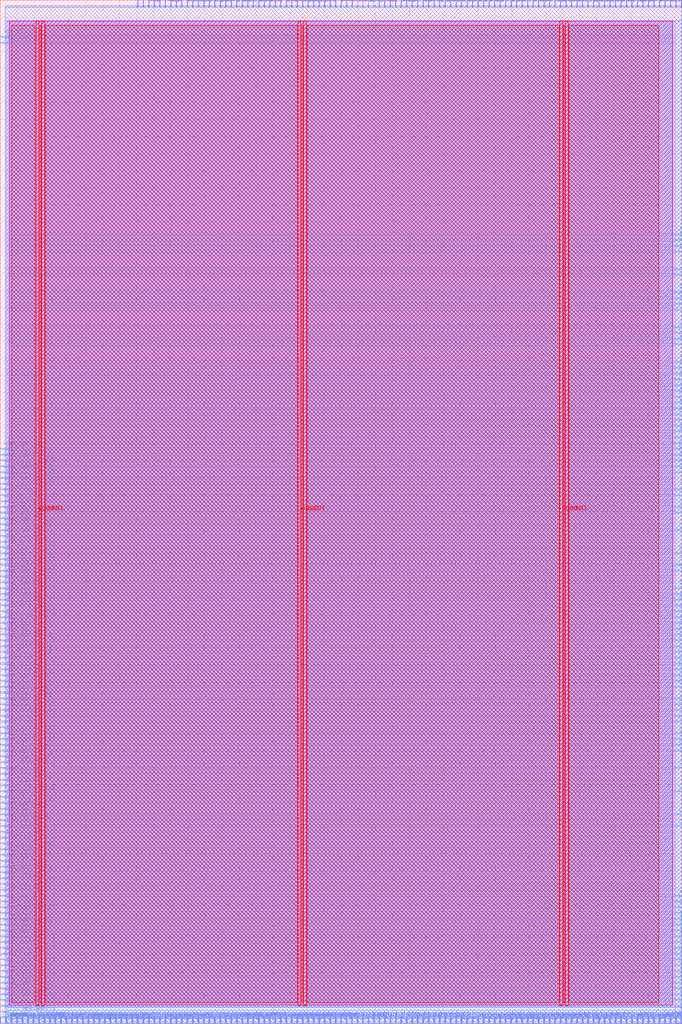
<source format=lef>
VERSION 5.7 ;
  NOWIREEXTENSIONATPIN ON ;
  DIVIDERCHAR "/" ;
  BUSBITCHARS "[]" ;
MACRO team_02_Wrapper
  CLASS BLOCK ;
  FOREIGN team_02_Wrapper ;
  ORIGIN 0.000 0.000 ;
  SIZE 400.000 BY 600.000 ;
  PIN ACK_I
    DIRECTION INPUT ;
    USE SIGNAL ;
    ANTENNAGATEAREA 0.213000 ;
    ANTENNADIFFAREA 0.434700 ;
    PORT
      LAYER met3 ;
        RECT 396.000 234.640 400.000 235.240 ;
    END
  END ACK_I
  PIN ADR_O[0]
    DIRECTION OUTPUT ;
    USE SIGNAL ;
    ANTENNADIFFAREA 0.445500 ;
    PORT
      LAYER met3 ;
        RECT 396.000 238.040 400.000 238.640 ;
    END
  END ADR_O[0]
  PIN ADR_O[10]
    DIRECTION OUTPUT ;
    USE SIGNAL ;
    ANTENNADIFFAREA 0.445500 ;
    PORT
      LAYER met3 ;
        RECT 396.000 248.240 400.000 248.840 ;
    END
  END ADR_O[10]
  PIN ADR_O[11]
    DIRECTION OUTPUT ;
    USE SIGNAL ;
    ANTENNADIFFAREA 0.445500 ;
    PORT
      LAYER met3 ;
        RECT 396.000 231.240 400.000 231.840 ;
    END
  END ADR_O[11]
  PIN ADR_O[12]
    DIRECTION OUTPUT ;
    USE SIGNAL ;
    ANTENNADIFFAREA 0.445500 ;
    PORT
      LAYER met3 ;
        RECT 396.000 244.840 400.000 245.440 ;
    END
  END ADR_O[12]
  PIN ADR_O[13]
    DIRECTION OUTPUT ;
    USE SIGNAL ;
    ANTENNADIFFAREA 0.445500 ;
    PORT
      LAYER met3 ;
        RECT 396.000 326.440 400.000 327.040 ;
    END
  END ADR_O[13]
  PIN ADR_O[14]
    DIRECTION OUTPUT ;
    USE SIGNAL ;
    ANTENNADIFFAREA 0.445500 ;
    PORT
      LAYER met3 ;
        RECT 396.000 377.440 400.000 378.040 ;
    END
  END ADR_O[14]
  PIN ADR_O[15]
    DIRECTION OUTPUT ;
    USE SIGNAL ;
    ANTENNADIFFAREA 0.445500 ;
    PORT
      LAYER met3 ;
        RECT 396.000 401.240 400.000 401.840 ;
    END
  END ADR_O[15]
  PIN ADR_O[16]
    DIRECTION OUTPUT ;
    USE SIGNAL ;
    ANTENNADIFFAREA 0.445500 ;
    PORT
      LAYER met3 ;
        RECT 396.000 418.240 400.000 418.840 ;
    END
  END ADR_O[16]
  PIN ADR_O[17]
    DIRECTION OUTPUT ;
    USE SIGNAL ;
    ANTENNADIFFAREA 0.445500 ;
    PORT
      LAYER met3 ;
        RECT 396.000 357.040 400.000 357.640 ;
    END
  END ADR_O[17]
  PIN ADR_O[18]
    DIRECTION OUTPUT ;
    USE SIGNAL ;
    ANTENNADIFFAREA 0.445500 ;
    PORT
      LAYER met3 ;
        RECT 396.000 268.640 400.000 269.240 ;
    END
  END ADR_O[18]
  PIN ADR_O[19]
    DIRECTION OUTPUT ;
    USE SIGNAL ;
    ANTENNADIFFAREA 0.445500 ;
    PORT
      LAYER met3 ;
        RECT 396.000 251.640 400.000 252.240 ;
    END
  END ADR_O[19]
  PIN ADR_O[1]
    DIRECTION OUTPUT ;
    USE SIGNAL ;
    ANTENNADIFFAREA 0.445500 ;
    PORT
      LAYER met3 ;
        RECT 396.000 241.440 400.000 242.040 ;
    END
  END ADR_O[1]
  PIN ADR_O[20]
    DIRECTION OUTPUT ;
    USE SIGNAL ;
    ANTENNADIFFAREA 0.445500 ;
    PORT
      LAYER met3 ;
        RECT 396.000 255.040 400.000 255.640 ;
    END
  END ADR_O[20]
  PIN ADR_O[21]
    DIRECTION OUTPUT ;
    USE SIGNAL ;
    ANTENNADIFFAREA 0.445500 ;
    PORT
      LAYER met3 ;
        RECT 396.000 302.640 400.000 303.240 ;
    END
  END ADR_O[21]
  PIN ADR_O[22]
    DIRECTION OUTPUT ;
    USE SIGNAL ;
    ANTENNADIFFAREA 0.445500 ;
    PORT
      LAYER met3 ;
        RECT 396.000 397.840 400.000 398.440 ;
    END
  END ADR_O[22]
  PIN ADR_O[23]
    DIRECTION OUTPUT ;
    USE SIGNAL ;
    ANTENNADIFFAREA 0.445500 ;
    PORT
      LAYER met3 ;
        RECT 396.000 312.840 400.000 313.440 ;
    END
  END ADR_O[23]
  PIN ADR_O[24]
    DIRECTION OUTPUT ;
    USE SIGNAL ;
    ANTENNADIFFAREA 0.445500 ;
    PORT
      LAYER met3 ;
        RECT 396.000 329.840 400.000 330.440 ;
    END
  END ADR_O[24]
  PIN ADR_O[25]
    DIRECTION OUTPUT ;
    USE SIGNAL ;
    ANTENNADIFFAREA 0.445500 ;
    PORT
      LAYER met3 ;
        RECT 396.000 343.440 400.000 344.040 ;
    END
  END ADR_O[25]
  PIN ADR_O[26]
    DIRECTION OUTPUT ;
    USE SIGNAL ;
    ANTENNADIFFAREA 0.445500 ;
    PORT
      LAYER met3 ;
        RECT 396.000 452.240 400.000 452.840 ;
    END
  END ADR_O[26]
  PIN ADR_O[27]
    DIRECTION OUTPUT ;
    USE SIGNAL ;
    ANTENNADIFFAREA 0.445500 ;
    PORT
      LAYER met3 ;
        RECT 396.000 428.440 400.000 429.040 ;
    END
  END ADR_O[27]
  PIN ADR_O[28]
    DIRECTION OUTPUT ;
    USE SIGNAL ;
    ANTENNADIFFAREA 0.445500 ;
    PORT
      LAYER met3 ;
        RECT 396.000 421.640 400.000 422.240 ;
    END
  END ADR_O[28]
  PIN ADR_O[29]
    DIRECTION OUTPUT ;
    USE SIGNAL ;
    ANTENNADIFFAREA 0.445500 ;
    PORT
      LAYER met3 ;
        RECT 396.000 425.040 400.000 425.640 ;
    END
  END ADR_O[29]
  PIN ADR_O[2]
    DIRECTION OUTPUT ;
    USE SIGNAL ;
    ANTENNADIFFAREA 0.445500 ;
    PORT
      LAYER met3 ;
        RECT 396.000 360.440 400.000 361.040 ;
    END
  END ADR_O[2]
  PIN ADR_O[30]
    DIRECTION OUTPUT ;
    USE SIGNAL ;
    ANTENNADIFFAREA 0.445500 ;
    PORT
      LAYER met3 ;
        RECT 396.000 455.640 400.000 456.240 ;
    END
  END ADR_O[30]
  PIN ADR_O[31]
    DIRECTION OUTPUT ;
    USE SIGNAL ;
    ANTENNADIFFAREA 0.445500 ;
    PORT
      LAYER met3 ;
        RECT 396.000 462.440 400.000 463.040 ;
    END
  END ADR_O[31]
  PIN ADR_O[3]
    DIRECTION OUTPUT ;
    USE SIGNAL ;
    ANTENNADIFFAREA 0.445500 ;
    PORT
      LAYER met3 ;
        RECT 396.000 459.040 400.000 459.640 ;
    END
  END ADR_O[3]
  PIN ADR_O[4]
    DIRECTION OUTPUT ;
    USE SIGNAL ;
    ANTENNADIFFAREA 0.445500 ;
    PORT
      LAYER met3 ;
        RECT 396.000 438.640 400.000 439.240 ;
    END
  END ADR_O[4]
  PIN ADR_O[5]
    DIRECTION OUTPUT ;
    USE SIGNAL ;
    ANTENNADIFFAREA 0.445500 ;
    PORT
      LAYER met3 ;
        RECT 396.000 404.640 400.000 405.240 ;
    END
  END ADR_O[5]
  PIN ADR_O[6]
    DIRECTION OUTPUT ;
    USE SIGNAL ;
    ANTENNADIFFAREA 0.445500 ;
    PORT
      LAYER met3 ;
        RECT 396.000 387.640 400.000 388.240 ;
    END
  END ADR_O[6]
  PIN ADR_O[7]
    DIRECTION OUTPUT ;
    USE SIGNAL ;
    ANTENNADIFFAREA 0.445500 ;
    PORT
      LAYER met3 ;
        RECT 396.000 384.240 400.000 384.840 ;
    END
  END ADR_O[7]
  PIN ADR_O[8]
    DIRECTION OUTPUT ;
    USE SIGNAL ;
    ANTENNADIFFAREA 0.445500 ;
    PORT
      LAYER met3 ;
        RECT 396.000 408.040 400.000 408.640 ;
    END
  END ADR_O[8]
  PIN ADR_O[9]
    DIRECTION OUTPUT ;
    USE SIGNAL ;
    ANTENNADIFFAREA 0.445500 ;
    PORT
      LAYER met3 ;
        RECT 396.000 442.040 400.000 442.640 ;
    END
  END ADR_O[9]
  PIN CYC_O
    DIRECTION OUTPUT ;
    USE SIGNAL ;
    ANTENNADIFFAREA 0.445500 ;
    PORT
      LAYER met2 ;
        RECT 202.950 0.000 203.230 4.000 ;
    END
  END CYC_O
  PIN DAT_I[0]
    DIRECTION INPUT ;
    USE SIGNAL ;
    ANTENNAGATEAREA 0.196500 ;
    ANTENNADIFFAREA 0.434700 ;
    PORT
      LAYER met2 ;
        RECT 260.910 0.000 261.190 4.000 ;
    END
  END DAT_I[0]
  PIN DAT_I[10]
    DIRECTION INPUT ;
    USE SIGNAL ;
    ANTENNAGATEAREA 0.126000 ;
    ANTENNADIFFAREA 0.434700 ;
    PORT
      LAYER met2 ;
        RECT 238.370 0.000 238.650 4.000 ;
    END
  END DAT_I[10]
  PIN DAT_I[11]
    DIRECTION INPUT ;
    USE SIGNAL ;
    ANTENNAGATEAREA 0.196500 ;
    ANTENNADIFFAREA 0.434700 ;
    PORT
      LAYER met2 ;
        RECT 248.030 0.000 248.310 4.000 ;
    END
  END DAT_I[11]
  PIN DAT_I[12]
    DIRECTION INPUT ;
    USE SIGNAL ;
    ANTENNAGATEAREA 0.196500 ;
    ANTENNADIFFAREA 0.434700 ;
    PORT
      LAYER met2 ;
        RECT 244.810 0.000 245.090 4.000 ;
    END
  END DAT_I[12]
  PIN DAT_I[13]
    DIRECTION INPUT ;
    USE SIGNAL ;
    ANTENNAGATEAREA 0.196500 ;
    ANTENNADIFFAREA 0.434700 ;
    PORT
      LAYER met2 ;
        RECT 241.590 0.000 241.870 4.000 ;
    END
  END DAT_I[13]
  PIN DAT_I[14]
    DIRECTION INPUT ;
    USE SIGNAL ;
    ANTENNAGATEAREA 0.213000 ;
    ANTENNADIFFAREA 0.434700 ;
    PORT
      LAYER met2 ;
        RECT 235.150 0.000 235.430 4.000 ;
    END
  END DAT_I[14]
  PIN DAT_I[15]
    DIRECTION INPUT ;
    USE SIGNAL ;
    ANTENNAGATEAREA 0.196500 ;
    ANTENNADIFFAREA 0.434700 ;
    PORT
      LAYER met2 ;
        RECT 206.170 0.000 206.450 4.000 ;
    END
  END DAT_I[15]
  PIN DAT_I[16]
    DIRECTION INPUT ;
    USE SIGNAL ;
    ANTENNAGATEAREA 0.196500 ;
    ANTENNADIFFAREA 0.434700 ;
    PORT
      LAYER met2 ;
        RECT 228.710 0.000 228.990 4.000 ;
    END
  END DAT_I[16]
  PIN DAT_I[17]
    DIRECTION INPUT ;
    USE SIGNAL ;
    ANTENNAGATEAREA 0.126000 ;
    ANTENNADIFFAREA 0.434700 ;
    PORT
      LAYER met2 ;
        RECT 251.250 0.000 251.530 4.000 ;
    END
  END DAT_I[17]
  PIN DAT_I[18]
    DIRECTION INPUT ;
    USE SIGNAL ;
    ANTENNAGATEAREA 0.196500 ;
    ANTENNADIFFAREA 0.434700 ;
    PORT
      LAYER met3 ;
        RECT 396.000 221.040 400.000 221.640 ;
    END
  END DAT_I[18]
  PIN DAT_I[19]
    DIRECTION INPUT ;
    USE SIGNAL ;
    ANTENNAGATEAREA 0.196500 ;
    ANTENNADIFFAREA 0.434700 ;
    PORT
      LAYER met3 ;
        RECT 396.000 190.440 400.000 191.040 ;
    END
  END DAT_I[19]
  PIN DAT_I[1]
    DIRECTION INPUT ;
    USE SIGNAL ;
    ANTENNAGATEAREA 0.196500 ;
    ANTENNADIFFAREA 0.434700 ;
    PORT
      LAYER met3 ;
        RECT 396.000 197.240 400.000 197.840 ;
    END
  END DAT_I[1]
  PIN DAT_I[20]
    DIRECTION INPUT ;
    USE SIGNAL ;
    ANTENNAGATEAREA 0.196500 ;
    ANTENNADIFFAREA 0.434700 ;
    PORT
      LAYER met2 ;
        RECT 264.130 0.000 264.410 4.000 ;
    END
  END DAT_I[20]
  PIN DAT_I[21]
    DIRECTION INPUT ;
    USE SIGNAL ;
    ANTENNAGATEAREA 0.196500 ;
    ANTENNADIFFAREA 0.434700 ;
    PORT
      LAYER met3 ;
        RECT 396.000 214.240 400.000 214.840 ;
    END
  END DAT_I[21]
  PIN DAT_I[22]
    DIRECTION INPUT ;
    USE SIGNAL ;
    ANTENNAGATEAREA 0.196500 ;
    ANTENNADIFFAREA 0.434700 ;
    PORT
      LAYER met2 ;
        RECT 270.570 0.000 270.850 4.000 ;
    END
  END DAT_I[22]
  PIN DAT_I[23]
    DIRECTION INPUT ;
    USE SIGNAL ;
    ANTENNAGATEAREA 0.196500 ;
    ANTENNADIFFAREA 0.434700 ;
    PORT
      LAYER met2 ;
        RECT 267.350 0.000 267.630 4.000 ;
    END
  END DAT_I[23]
  PIN DAT_I[24]
    DIRECTION INPUT ;
    USE SIGNAL ;
    ANTENNAGATEAREA 0.196500 ;
    ANTENNADIFFAREA 0.434700 ;
    PORT
      LAYER met3 ;
        RECT 396.000 227.840 400.000 228.440 ;
    END
  END DAT_I[24]
  PIN DAT_I[25]
    DIRECTION INPUT ;
    USE SIGNAL ;
    ANTENNAGATEAREA 0.196500 ;
    ANTENNADIFFAREA 0.434700 ;
    PORT
      LAYER met3 ;
        RECT 396.000 166.640 400.000 167.240 ;
    END
  END DAT_I[25]
  PIN DAT_I[26]
    DIRECTION INPUT ;
    USE SIGNAL ;
    ANTENNAGATEAREA 0.196500 ;
    ANTENNADIFFAREA 0.434700 ;
    PORT
      LAYER met3 ;
        RECT 396.000 224.440 400.000 225.040 ;
    END
  END DAT_I[26]
  PIN DAT_I[27]
    DIRECTION INPUT ;
    USE SIGNAL ;
    ANTENNAGATEAREA 0.196500 ;
    ANTENNADIFFAREA 0.434700 ;
    PORT
      LAYER met3 ;
        RECT 396.000 183.640 400.000 184.240 ;
    END
  END DAT_I[27]
  PIN DAT_I[28]
    DIRECTION INPUT ;
    USE SIGNAL ;
    ANTENNAGATEAREA 0.196500 ;
    ANTENNADIFFAREA 0.434700 ;
    PORT
      LAYER met2 ;
        RECT 344.630 0.000 344.910 4.000 ;
    END
  END DAT_I[28]
  PIN DAT_I[29]
    DIRECTION INPUT ;
    USE SIGNAL ;
    ANTENNAGATEAREA 0.196500 ;
    ANTENNADIFFAREA 0.434700 ;
    PORT
      LAYER met2 ;
        RECT 331.750 0.000 332.030 4.000 ;
    END
  END DAT_I[29]
  PIN DAT_I[2]
    DIRECTION INPUT ;
    USE SIGNAL ;
    ANTENNAGATEAREA 0.196500 ;
    ANTENNADIFFAREA 0.434700 ;
    PORT
      LAYER met3 ;
        RECT 396.000 204.040 400.000 204.640 ;
    END
  END DAT_I[2]
  PIN DAT_I[30]
    DIRECTION INPUT ;
    USE SIGNAL ;
    ANTENNAGATEAREA 0.196500 ;
    ANTENNADIFFAREA 0.434700 ;
    PORT
      LAYER met3 ;
        RECT 396.000 200.640 400.000 201.240 ;
    END
  END DAT_I[30]
  PIN DAT_I[31]
    DIRECTION INPUT ;
    USE SIGNAL ;
    ANTENNAGATEAREA 0.196500 ;
    ANTENNADIFFAREA 0.434700 ;
    PORT
      LAYER met3 ;
        RECT 396.000 187.040 400.000 187.640 ;
    END
  END DAT_I[31]
  PIN DAT_I[3]
    DIRECTION INPUT ;
    USE SIGNAL ;
    ANTENNAGATEAREA 0.196500 ;
    ANTENNADIFFAREA 0.434700 ;
    PORT
      LAYER met3 ;
        RECT 396.000 207.440 400.000 208.040 ;
    END
  END DAT_I[3]
  PIN DAT_I[4]
    DIRECTION INPUT ;
    USE SIGNAL ;
    ANTENNAGATEAREA 0.196500 ;
    ANTENNADIFFAREA 0.434700 ;
    PORT
      LAYER met2 ;
        RECT 257.690 0.000 257.970 4.000 ;
    END
  END DAT_I[4]
  PIN DAT_I[5]
    DIRECTION INPUT ;
    USE SIGNAL ;
    ANTENNAGATEAREA 0.196500 ;
    ANTENNADIFFAREA 0.434700 ;
    PORT
      LAYER met3 ;
        RECT 396.000 217.640 400.000 218.240 ;
    END
  END DAT_I[5]
  PIN DAT_I[6]
    DIRECTION INPUT ;
    USE SIGNAL ;
    ANTENNAGATEAREA 0.196500 ;
    ANTENNADIFFAREA 0.434700 ;
    PORT
      LAYER met2 ;
        RECT 254.470 0.000 254.750 4.000 ;
    END
  END DAT_I[6]
  PIN DAT_I[7]
    DIRECTION INPUT ;
    USE SIGNAL ;
    ANTENNAGATEAREA 0.196500 ;
    ANTENNADIFFAREA 0.434700 ;
    PORT
      LAYER met2 ;
        RECT 225.490 0.000 225.770 4.000 ;
    END
  END DAT_I[7]
  PIN DAT_I[8]
    DIRECTION INPUT ;
    USE SIGNAL ;
    ANTENNAGATEAREA 0.196500 ;
    ANTENNADIFFAREA 0.434700 ;
    PORT
      LAYER met3 ;
        RECT 396.000 210.840 400.000 211.440 ;
    END
  END DAT_I[8]
  PIN DAT_I[9]
    DIRECTION INPUT ;
    USE SIGNAL ;
    ANTENNAGATEAREA 0.196500 ;
    ANTENNADIFFAREA 0.434700 ;
    PORT
      LAYER met2 ;
        RECT 231.930 0.000 232.210 4.000 ;
    END
  END DAT_I[9]
  PIN DAT_O[0]
    DIRECTION OUTPUT ;
    USE SIGNAL ;
    ANTENNADIFFAREA 0.445500 ;
    PORT
      LAYER met3 ;
        RECT 396.000 275.440 400.000 276.040 ;
    END
  END DAT_O[0]
  PIN DAT_O[10]
    DIRECTION OUTPUT ;
    USE SIGNAL ;
    ANTENNADIFFAREA 0.445500 ;
    PORT
      LAYER met3 ;
        RECT 396.000 299.240 400.000 299.840 ;
    END
  END DAT_O[10]
  PIN DAT_O[11]
    DIRECTION OUTPUT ;
    USE SIGNAL ;
    ANTENNADIFFAREA 0.445500 ;
    PORT
      LAYER met3 ;
        RECT 396.000 289.040 400.000 289.640 ;
    END
  END DAT_O[11]
  PIN DAT_O[12]
    DIRECTION OUTPUT ;
    USE SIGNAL ;
    ANTENNADIFFAREA 0.795200 ;
    PORT
      LAYER met2 ;
        RECT 80.590 596.000 80.870 600.000 ;
    END
  END DAT_O[12]
  PIN DAT_O[13]
    DIRECTION OUTPUT ;
    USE SIGNAL ;
    ANTENNADIFFAREA 0.795200 ;
    PORT
      LAYER met2 ;
        RECT 196.510 596.000 196.790 600.000 ;
    END
  END DAT_O[13]
  PIN DAT_O[14]
    DIRECTION OUTPUT ;
    USE SIGNAL ;
    ANTENNADIFFAREA 0.795200 ;
    PORT
      LAYER met2 ;
        RECT 148.210 596.000 148.490 600.000 ;
    END
  END DAT_O[14]
  PIN DAT_O[15]
    DIRECTION OUTPUT ;
    USE SIGNAL ;
    ANTENNADIFFAREA 0.795200 ;
    PORT
      LAYER met2 ;
        RECT 109.570 596.000 109.850 600.000 ;
    END
  END DAT_O[15]
  PIN DAT_O[16]
    DIRECTION OUTPUT ;
    USE SIGNAL ;
    ANTENNADIFFAREA 0.795200 ;
    PORT
      LAYER met2 ;
        RECT 202.950 596.000 203.230 600.000 ;
    END
  END DAT_O[16]
  PIN DAT_O[17]
    DIRECTION OUTPUT ;
    USE SIGNAL ;
    ANTENNADIFFAREA 0.795200 ;
    PORT
      LAYER met2 ;
        RECT 209.390 596.000 209.670 600.000 ;
    END
  END DAT_O[17]
  PIN DAT_O[18]
    DIRECTION OUTPUT ;
    USE SIGNAL ;
    ANTENNADIFFAREA 0.445500 ;
    PORT
      LAYER met3 ;
        RECT 396.000 323.040 400.000 323.640 ;
    END
  END DAT_O[18]
  PIN DAT_O[19]
    DIRECTION OUTPUT ;
    USE SIGNAL ;
    ANTENNADIFFAREA 0.795200 ;
    PORT
      LAYER met2 ;
        RECT 199.730 596.000 200.010 600.000 ;
    END
  END DAT_O[19]
  PIN DAT_O[1]
    DIRECTION OUTPUT ;
    USE SIGNAL ;
    ANTENNADIFFAREA 0.445500 ;
    PORT
      LAYER met3 ;
        RECT 396.000 353.640 400.000 354.240 ;
    END
  END DAT_O[1]
  PIN DAT_O[20]
    DIRECTION OUTPUT ;
    USE SIGNAL ;
    ANTENNADIFFAREA 0.445500 ;
    PORT
      LAYER met3 ;
        RECT 396.000 309.440 400.000 310.040 ;
    END
  END DAT_O[20]
  PIN DAT_O[21]
    DIRECTION OUTPUT ;
    USE SIGNAL ;
    ANTENNADIFFAREA 0.795200 ;
    PORT
      LAYER met2 ;
        RECT 144.990 596.000 145.270 600.000 ;
    END
  END DAT_O[21]
  PIN DAT_O[22]
    DIRECTION OUTPUT ;
    USE SIGNAL ;
    ANTENNADIFFAREA 0.795200 ;
    PORT
      LAYER met2 ;
        RECT 170.750 596.000 171.030 600.000 ;
    END
  END DAT_O[22]
  PIN DAT_O[23]
    DIRECTION OUTPUT ;
    USE SIGNAL ;
    ANTENNADIFFAREA 0.795200 ;
    PORT
      LAYER met2 ;
        RECT 222.270 596.000 222.550 600.000 ;
    END
  END DAT_O[23]
  PIN DAT_O[24]
    DIRECTION OUTPUT ;
    USE SIGNAL ;
    ANTENNADIFFAREA 0.795200 ;
    PORT
      LAYER met2 ;
        RECT 231.930 596.000 232.210 600.000 ;
    END
  END DAT_O[24]
  PIN DAT_O[25]
    DIRECTION OUTPUT ;
    USE SIGNAL ;
    ANTENNADIFFAREA 0.795200 ;
    PORT
      LAYER met2 ;
        RECT 164.310 596.000 164.590 600.000 ;
    END
  END DAT_O[25]
  PIN DAT_O[26]
    DIRECTION OUTPUT ;
    USE SIGNAL ;
    ANTENNADIFFAREA 0.795200 ;
    PORT
      LAYER met2 ;
        RECT 106.350 596.000 106.630 600.000 ;
    END
  END DAT_O[26]
  PIN DAT_O[27]
    DIRECTION OUTPUT ;
    USE SIGNAL ;
    ANTENNADIFFAREA 0.445500 ;
    PORT
      LAYER met3 ;
        RECT 396.000 333.240 400.000 333.840 ;
    END
  END DAT_O[27]
  PIN DAT_O[28]
    DIRECTION OUTPUT ;
    USE SIGNAL ;
    ANTENNADIFFAREA 0.795200 ;
    PORT
      LAYER met2 ;
        RECT 180.410 596.000 180.690 600.000 ;
    END
  END DAT_O[28]
  PIN DAT_O[29]
    DIRECTION OUTPUT ;
    USE SIGNAL ;
    ANTENNADIFFAREA 0.795200 ;
    PORT
      LAYER met2 ;
        RECT 193.290 596.000 193.570 600.000 ;
    END
  END DAT_O[29]
  PIN DAT_O[2]
    DIRECTION OUTPUT ;
    USE SIGNAL ;
    ANTENNADIFFAREA 0.795200 ;
    PORT
      LAYER met2 ;
        RECT 228.710 596.000 228.990 600.000 ;
    END
  END DAT_O[2]
  PIN DAT_O[30]
    DIRECTION OUTPUT ;
    USE SIGNAL ;
    ANTENNADIFFAREA 0.795200 ;
    PORT
      LAYER met2 ;
        RECT 167.530 596.000 167.810 600.000 ;
    END
  END DAT_O[30]
  PIN DAT_O[31]
    DIRECTION OUTPUT ;
    USE SIGNAL ;
    ANTENNADIFFAREA 0.795200 ;
    PORT
      LAYER met2 ;
        RECT 138.550 596.000 138.830 600.000 ;
    END
  END DAT_O[31]
  PIN DAT_O[3]
    DIRECTION OUTPUT ;
    USE SIGNAL ;
    ANTENNADIFFAREA 0.795200 ;
    PORT
      LAYER met2 ;
        RECT 212.610 596.000 212.890 600.000 ;
    END
  END DAT_O[3]
  PIN DAT_O[4]
    DIRECTION OUTPUT ;
    USE SIGNAL ;
    ANTENNADIFFAREA 0.795200 ;
    PORT
      LAYER met2 ;
        RECT 173.970 596.000 174.250 600.000 ;
    END
  END DAT_O[4]
  PIN DAT_O[5]
    DIRECTION OUTPUT ;
    USE SIGNAL ;
    ANTENNADIFFAREA 0.795200 ;
    PORT
      LAYER met2 ;
        RECT 206.170 596.000 206.450 600.000 ;
    END
  END DAT_O[5]
  PIN DAT_O[6]
    DIRECTION OUTPUT ;
    USE SIGNAL ;
    ANTENNADIFFAREA 0.795200 ;
    PORT
      LAYER met2 ;
        RECT 177.190 596.000 177.470 600.000 ;
    END
  END DAT_O[6]
  PIN DAT_O[7]
    DIRECTION OUTPUT ;
    USE SIGNAL ;
    ANTENNADIFFAREA 0.795200 ;
    PORT
      LAYER met2 ;
        RECT 135.330 596.000 135.610 600.000 ;
    END
  END DAT_O[7]
  PIN DAT_O[8]
    DIRECTION OUTPUT ;
    USE SIGNAL ;
    ANTENNADIFFAREA 0.795200 ;
    PORT
      LAYER met2 ;
        RECT 219.050 596.000 219.330 600.000 ;
    END
  END DAT_O[8]
  PIN DAT_O[9]
    DIRECTION OUTPUT ;
    USE SIGNAL ;
    ANTENNADIFFAREA 0.445500 ;
    PORT
      LAYER met3 ;
        RECT 396.000 367.240 400.000 367.840 ;
    END
  END DAT_O[9]
  PIN SEL_O[0]
    DIRECTION OUTPUT ;
    USE SIGNAL ;
    ANTENNADIFFAREA 0.445500 ;
    PORT
      LAYER met2 ;
        RECT 222.270 0.000 222.550 4.000 ;
    END
  END SEL_O[0]
  PIN SEL_O[1]
    DIRECTION OUTPUT ;
    USE SIGNAL ;
    ANTENNADIFFAREA 0.445500 ;
    PORT
      LAYER met2 ;
        RECT 209.390 0.000 209.670 4.000 ;
    END
  END SEL_O[1]
  PIN SEL_O[2]
    DIRECTION OUTPUT ;
    USE SIGNAL ;
    ANTENNADIFFAREA 0.445500 ;
    PORT
      LAYER met2 ;
        RECT 219.050 0.000 219.330 4.000 ;
    END
  END SEL_O[2]
  PIN SEL_O[3]
    DIRECTION OUTPUT ;
    USE SIGNAL ;
    ANTENNADIFFAREA 0.445500 ;
    PORT
      LAYER met2 ;
        RECT 215.830 0.000 216.110 4.000 ;
    END
  END SEL_O[3]
  PIN STB_O
    DIRECTION OUTPUT ;
    USE SIGNAL ;
    ANTENNADIFFAREA 0.445500 ;
    PORT
      LAYER met2 ;
        RECT 212.610 0.000 212.890 4.000 ;
    END
  END STB_O
  PIN WE_O
    DIRECTION OUTPUT ;
    USE SIGNAL ;
    ANTENNADIFFAREA 0.445500 ;
    PORT
      LAYER met3 ;
        RECT 396.000 265.240 400.000 265.840 ;
    END
  END WE_O
  PIN gpio_in[0]
    DIRECTION INPUT ;
    USE SIGNAL ;
    PORT
      LAYER met2 ;
        RECT 347.850 0.000 348.130 4.000 ;
    END
  END gpio_in[0]
  PIN gpio_in[10]
    DIRECTION INPUT ;
    USE SIGNAL ;
    PORT
      LAYER met2 ;
        RECT 45.170 0.000 45.450 4.000 ;
    END
  END gpio_in[10]
  PIN gpio_in[11]
    DIRECTION INPUT ;
    USE SIGNAL ;
    PORT
      LAYER met2 ;
        RECT 19.410 0.000 19.690 4.000 ;
    END
  END gpio_in[11]
  PIN gpio_in[12]
    DIRECTION INPUT ;
    USE SIGNAL ;
    PORT
      LAYER met2 ;
        RECT 138.550 0.000 138.830 4.000 ;
    END
  END gpio_in[12]
  PIN gpio_in[13]
    DIRECTION INPUT ;
    USE SIGNAL ;
    PORT
      LAYER met2 ;
        RECT 51.610 0.000 51.890 4.000 ;
    END
  END gpio_in[13]
  PIN gpio_in[14]
    DIRECTION INPUT ;
    USE SIGNAL ;
    PORT
      LAYER met2 ;
        RECT 38.730 0.000 39.010 4.000 ;
    END
  END gpio_in[14]
  PIN gpio_in[15]
    DIRECTION INPUT ;
    USE SIGNAL ;
    PORT
      LAYER met2 ;
        RECT 9.750 0.000 10.030 4.000 ;
    END
  END gpio_in[15]
  PIN gpio_in[16]
    DIRECTION INPUT ;
    USE SIGNAL ;
    PORT
      LAYER met2 ;
        RECT 99.910 0.000 100.190 4.000 ;
    END
  END gpio_in[16]
  PIN gpio_in[17]
    DIRECTION INPUT ;
    USE SIGNAL ;
    PORT
      LAYER met2 ;
        RECT 29.070 0.000 29.350 4.000 ;
    END
  END gpio_in[17]
  PIN gpio_in[18]
    DIRECTION INPUT ;
    USE SIGNAL ;
    PORT
      LAYER met2 ;
        RECT 64.490 0.000 64.770 4.000 ;
    END
  END gpio_in[18]
  PIN gpio_in[19]
    DIRECTION INPUT ;
    USE SIGNAL ;
    ANTENNAGATEAREA 0.196500 ;
    ANTENNADIFFAREA 0.434700 ;
    PORT
      LAYER met3 ;
        RECT 396.000 350.240 400.000 350.840 ;
    END
  END gpio_in[19]
  PIN gpio_in[1]
    DIRECTION INPUT ;
    USE SIGNAL ;
    PORT
      LAYER met2 ;
        RECT 70.930 0.000 71.210 4.000 ;
    END
  END gpio_in[1]
  PIN gpio_in[20]
    DIRECTION INPUT ;
    USE SIGNAL ;
    ANTENNAGATEAREA 0.196500 ;
    ANTENNADIFFAREA 0.434700 ;
    PORT
      LAYER met3 ;
        RECT 396.000 346.840 400.000 347.440 ;
    END
  END gpio_in[20]
  PIN gpio_in[21]
    DIRECTION INPUT ;
    USE SIGNAL ;
    ANTENNAGATEAREA 0.196500 ;
    ANTENNADIFFAREA 0.434700 ;
    PORT
      LAYER met3 ;
        RECT 396.000 340.040 400.000 340.640 ;
    END
  END gpio_in[21]
  PIN gpio_in[22]
    DIRECTION INPUT ;
    USE SIGNAL ;
    ANTENNAGATEAREA 0.196500 ;
    ANTENNADIFFAREA 0.434700 ;
    PORT
      LAYER met3 ;
        RECT 396.000 336.640 400.000 337.240 ;
    END
  END gpio_in[22]
  PIN gpio_in[23]
    DIRECTION INPUT ;
    USE SIGNAL ;
    PORT
      LAYER met2 ;
        RECT 58.050 0.000 58.330 4.000 ;
    END
  END gpio_in[23]
  PIN gpio_in[24]
    DIRECTION INPUT ;
    USE SIGNAL ;
    PORT
      LAYER met2 ;
        RECT 41.950 0.000 42.230 4.000 ;
    END
  END gpio_in[24]
  PIN gpio_in[25]
    DIRECTION INPUT ;
    USE SIGNAL ;
    PORT
      LAYER met2 ;
        RECT 61.270 0.000 61.550 4.000 ;
    END
  END gpio_in[25]
  PIN gpio_in[26]
    DIRECTION INPUT ;
    USE SIGNAL ;
    PORT
      LAYER met2 ;
        RECT 48.390 0.000 48.670 4.000 ;
    END
  END gpio_in[26]
  PIN gpio_in[27]
    DIRECTION INPUT ;
    USE SIGNAL ;
    PORT
      LAYER met2 ;
        RECT 83.810 0.000 84.090 4.000 ;
    END
  END gpio_in[27]
  PIN gpio_in[28]
    DIRECTION INPUT ;
    USE SIGNAL ;
    PORT
      LAYER met2 ;
        RECT 54.830 0.000 55.110 4.000 ;
    END
  END gpio_in[28]
  PIN gpio_in[29]
    DIRECTION INPUT ;
    USE SIGNAL ;
    PORT
      LAYER met2 ;
        RECT 77.370 0.000 77.650 4.000 ;
    END
  END gpio_in[29]
  PIN gpio_in[2]
    DIRECTION INPUT ;
    USE SIGNAL ;
    PORT
      LAYER met2 ;
        RECT 74.150 0.000 74.430 4.000 ;
    END
  END gpio_in[2]
  PIN gpio_in[30]
    DIRECTION INPUT ;
    USE SIGNAL ;
    PORT
      LAYER met2 ;
        RECT 96.690 0.000 96.970 4.000 ;
    END
  END gpio_in[30]
  PIN gpio_in[31]
    DIRECTION INPUT ;
    USE SIGNAL ;
    PORT
      LAYER met2 ;
        RECT 67.710 0.000 67.990 4.000 ;
    END
  END gpio_in[31]
  PIN gpio_in[32]
    DIRECTION INPUT ;
    USE SIGNAL ;
    PORT
      LAYER met2 ;
        RECT 106.350 0.000 106.630 4.000 ;
    END
  END gpio_in[32]
  PIN gpio_in[33]
    DIRECTION INPUT ;
    USE SIGNAL ;
    PORT
      LAYER met2 ;
        RECT 80.590 0.000 80.870 4.000 ;
    END
  END gpio_in[33]
  PIN gpio_in[34]
    DIRECTION INPUT ;
    USE SIGNAL ;
    PORT
      LAYER met2 ;
        RECT 109.570 0.000 109.850 4.000 ;
    END
  END gpio_in[34]
  PIN gpio_in[35]
    DIRECTION INPUT ;
    USE SIGNAL ;
    PORT
      LAYER met2 ;
        RECT 103.130 0.000 103.410 4.000 ;
    END
  END gpio_in[35]
  PIN gpio_in[36]
    DIRECTION INPUT ;
    USE SIGNAL ;
    PORT
      LAYER met2 ;
        RECT 87.030 0.000 87.310 4.000 ;
    END
  END gpio_in[36]
  PIN gpio_in[37]
    DIRECTION INPUT ;
    USE SIGNAL ;
    PORT
      LAYER met2 ;
        RECT 90.250 0.000 90.530 4.000 ;
    END
  END gpio_in[37]
  PIN gpio_in[3]
    DIRECTION INPUT ;
    USE SIGNAL ;
    PORT
      LAYER met2 ;
        RECT 186.850 0.000 187.130 4.000 ;
    END
  END gpio_in[3]
  PIN gpio_in[4]
    DIRECTION INPUT ;
    USE SIGNAL ;
    PORT
      LAYER met2 ;
        RECT 93.470 0.000 93.750 4.000 ;
    END
  END gpio_in[4]
  PIN gpio_in[5]
    DIRECTION INPUT ;
    USE SIGNAL ;
    PORT
      LAYER met2 ;
        RECT 116.010 0.000 116.290 4.000 ;
    END
  END gpio_in[5]
  PIN gpio_in[6]
    DIRECTION INPUT ;
    USE SIGNAL ;
    PORT
      LAYER met2 ;
        RECT 173.970 0.000 174.250 4.000 ;
    END
  END gpio_in[6]
  PIN gpio_in[7]
    DIRECTION INPUT ;
    USE SIGNAL ;
    PORT
      LAYER met2 ;
        RECT 16.190 0.000 16.470 4.000 ;
    END
  END gpio_in[7]
  PIN gpio_in[8]
    DIRECTION INPUT ;
    USE SIGNAL ;
    PORT
      LAYER met2 ;
        RECT 386.490 0.000 386.770 4.000 ;
    END
  END gpio_in[8]
  PIN gpio_in[9]
    DIRECTION INPUT ;
    USE SIGNAL ;
    PORT
      LAYER met2 ;
        RECT 144.990 0.000 145.270 4.000 ;
    END
  END gpio_in[9]
  PIN gpio_oeb[0]
    DIRECTION OUTPUT ;
    USE SIGNAL ;
    ANTENNADIFFAREA 0.445500 ;
    PORT
      LAYER met2 ;
        RECT 238.370 596.000 238.650 600.000 ;
    END
  END gpio_oeb[0]
  PIN gpio_oeb[10]
    DIRECTION OUTPUT ;
    USE SIGNAL ;
    ANTENNADIFFAREA 0.445500 ;
    PORT
      LAYER met2 ;
        RECT 344.630 596.000 344.910 600.000 ;
    END
  END gpio_oeb[10]
  PIN gpio_oeb[11]
    DIRECTION OUTPUT ;
    USE SIGNAL ;
    ANTENNADIFFAREA 0.445500 ;
    PORT
      LAYER met2 ;
        RECT 103.130 596.000 103.410 600.000 ;
    END
  END gpio_oeb[11]
  PIN gpio_oeb[12]
    DIRECTION OUTPUT ;
    USE SIGNAL ;
    ANTENNADIFFAREA 0.445500 ;
    PORT
      LAYER met2 ;
        RECT 338.190 596.000 338.470 600.000 ;
    END
  END gpio_oeb[12]
  PIN gpio_oeb[13]
    DIRECTION OUTPUT ;
    USE SIGNAL ;
    ANTENNADIFFAREA 0.445500 ;
    PORT
      LAYER met2 ;
        RECT 360.730 596.000 361.010 600.000 ;
    END
  END gpio_oeb[13]
  PIN gpio_oeb[14]
    DIRECTION OUTPUT ;
    USE SIGNAL ;
    ANTENNADIFFAREA 0.445500 ;
    PORT
      LAYER met2 ;
        RECT 273.790 596.000 274.070 600.000 ;
    END
  END gpio_oeb[14]
  PIN gpio_oeb[15]
    DIRECTION OUTPUT ;
    USE SIGNAL ;
    ANTENNADIFFAREA 0.445500 ;
    PORT
      LAYER met2 ;
        RECT 132.110 596.000 132.390 600.000 ;
    END
  END gpio_oeb[15]
  PIN gpio_oeb[16]
    DIRECTION OUTPUT ;
    USE SIGNAL ;
    ANTENNADIFFAREA 0.445500 ;
    PORT
      LAYER met2 ;
        RECT 90.250 596.000 90.530 600.000 ;
    END
  END gpio_oeb[16]
  PIN gpio_oeb[17]
    DIRECTION OUTPUT ;
    USE SIGNAL ;
    ANTENNADIFFAREA 0.445500 ;
    PORT
      LAYER met2 ;
        RECT 270.570 596.000 270.850 600.000 ;
    END
  END gpio_oeb[17]
  PIN gpio_oeb[18]
    DIRECTION OUTPUT ;
    USE SIGNAL ;
    ANTENNADIFFAREA 0.445500 ;
    PORT
      LAYER met2 ;
        RECT 367.170 596.000 367.450 600.000 ;
    END
  END gpio_oeb[18]
  PIN gpio_oeb[19]
    DIRECTION OUTPUT ;
    USE SIGNAL ;
    ANTENNADIFFAREA 0.445500 ;
    PORT
      LAYER met2 ;
        RECT 328.530 0.000 328.810 4.000 ;
    END
  END gpio_oeb[19]
  PIN gpio_oeb[1]
    DIRECTION OUTPUT ;
    USE SIGNAL ;
    ANTENNADIFFAREA 0.445500 ;
    PORT
      LAYER met2 ;
        RECT 325.310 0.000 325.590 4.000 ;
    END
  END gpio_oeb[1]
  PIN gpio_oeb[20]
    DIRECTION OUTPUT ;
    USE SIGNAL ;
    ANTENNADIFFAREA 0.445500 ;
    PORT
      LAYER met2 ;
        RECT 315.650 0.000 315.930 4.000 ;
    END
  END gpio_oeb[20]
  PIN gpio_oeb[21]
    DIRECTION OUTPUT ;
    USE SIGNAL ;
    ANTENNADIFFAREA 0.445500 ;
    PORT
      LAYER met2 ;
        RECT 302.770 0.000 303.050 4.000 ;
    END
  END gpio_oeb[21]
  PIN gpio_oeb[22]
    DIRECTION OUTPUT ;
    USE SIGNAL ;
    ANTENNADIFFAREA 0.445500 ;
    PORT
      LAYER met2 ;
        RECT 299.550 0.000 299.830 4.000 ;
    END
  END gpio_oeb[22]
  PIN gpio_oeb[23]
    DIRECTION OUTPUT ;
    USE SIGNAL ;
    ANTENNADIFFAREA 0.445500 ;
    PORT
      LAYER met2 ;
        RECT 318.870 596.000 319.150 600.000 ;
    END
  END gpio_oeb[23]
  PIN gpio_oeb[24]
    DIRECTION OUTPUT ;
    USE SIGNAL ;
    ANTENNADIFFAREA 0.445500 ;
    PORT
      LAYER met2 ;
        RECT 267.350 596.000 267.630 600.000 ;
    END
  END gpio_oeb[24]
  PIN gpio_oeb[25]
    DIRECTION OUTPUT ;
    USE SIGNAL ;
    ANTENNADIFFAREA 0.445500 ;
    PORT
      LAYER met2 ;
        RECT 128.890 596.000 129.170 600.000 ;
    END
  END gpio_oeb[25]
  PIN gpio_oeb[26]
    DIRECTION OUTPUT ;
    USE SIGNAL ;
    ANTENNADIFFAREA 0.445500 ;
    PORT
      LAYER met2 ;
        RECT 296.330 596.000 296.610 600.000 ;
    END
  END gpio_oeb[26]
  PIN gpio_oeb[27]
    DIRECTION OUTPUT ;
    USE SIGNAL ;
    ANTENNADIFFAREA 0.445500 ;
    PORT
      LAYER met2 ;
        RECT 283.450 0.000 283.730 4.000 ;
    END
  END gpio_oeb[27]
  PIN gpio_oeb[28]
    DIRECTION OUTPUT ;
    USE SIGNAL ;
    ANTENNADIFFAREA 0.445500 ;
    PORT
      LAYER met2 ;
        RECT 305.990 0.000 306.270 4.000 ;
    END
  END gpio_oeb[28]
  PIN gpio_oeb[29]
    DIRECTION OUTPUT ;
    USE SIGNAL ;
    ANTENNADIFFAREA 0.445500 ;
    PORT
      LAYER met2 ;
        RECT 334.970 0.000 335.250 4.000 ;
    END
  END gpio_oeb[29]
  PIN gpio_oeb[2]
    DIRECTION OUTPUT ;
    USE SIGNAL ;
    ANTENNADIFFAREA 0.445500 ;
    PORT
      LAYER met2 ;
        RECT 286.670 0.000 286.950 4.000 ;
    END
  END gpio_oeb[2]
  PIN gpio_oeb[30]
    DIRECTION OUTPUT ;
    USE SIGNAL ;
    ANTENNADIFFAREA 0.445500 ;
    PORT
      LAYER met2 ;
        RECT 312.430 0.000 312.710 4.000 ;
    END
  END gpio_oeb[30]
  PIN gpio_oeb[31]
    DIRECTION OUTPUT ;
    USE SIGNAL ;
    ANTENNADIFFAREA 0.445500 ;
    PORT
      LAYER met2 ;
        RECT 341.410 0.000 341.690 4.000 ;
    END
  END gpio_oeb[31]
  PIN gpio_oeb[32]
    DIRECTION OUTPUT ;
    USE SIGNAL ;
    ANTENNADIFFAREA 0.445500 ;
    PORT
      LAYER met2 ;
        RECT 296.330 0.000 296.610 4.000 ;
    END
  END gpio_oeb[32]
  PIN gpio_oeb[33]
    DIRECTION OUTPUT ;
    USE SIGNAL ;
    ANTENNADIFFAREA 0.445500 ;
    PORT
      LAYER met2 ;
        RECT 322.090 0.000 322.370 4.000 ;
    END
  END gpio_oeb[33]
  PIN gpio_oeb[34]
    DIRECTION OUTPUT ;
    USE SIGNAL ;
    ANTENNADIFFAREA 0.445500 ;
    PORT
      LAYER met2 ;
        RECT 309.210 0.000 309.490 4.000 ;
    END
  END gpio_oeb[34]
  PIN gpio_oeb[35]
    DIRECTION OUTPUT ;
    USE SIGNAL ;
    ANTENNADIFFAREA 0.445500 ;
    PORT
      LAYER met2 ;
        RECT 277.010 0.000 277.290 4.000 ;
    END
  END gpio_oeb[35]
  PIN gpio_oeb[36]
    DIRECTION OUTPUT ;
    USE SIGNAL ;
    ANTENNADIFFAREA 0.445500 ;
    PORT
      LAYER met2 ;
        RECT 264.130 596.000 264.410 600.000 ;
    END
  END gpio_oeb[36]
  PIN gpio_oeb[37]
    DIRECTION OUTPUT ;
    USE SIGNAL ;
    ANTENNADIFFAREA 0.445500 ;
    PORT
      LAYER met2 ;
        RECT 289.890 596.000 290.170 600.000 ;
    END
  END gpio_oeb[37]
  PIN gpio_oeb[3]
    DIRECTION OUTPUT ;
    USE SIGNAL ;
    ANTENNADIFFAREA 0.445500 ;
    PORT
      LAYER met2 ;
        RECT 273.790 0.000 274.070 4.000 ;
    END
  END gpio_oeb[3]
  PIN gpio_oeb[4]
    DIRECTION OUTPUT ;
    USE SIGNAL ;
    ANTENNADIFFAREA 0.445500 ;
    PORT
      LAYER met2 ;
        RECT 289.890 0.000 290.170 4.000 ;
    END
  END gpio_oeb[4]
  PIN gpio_oeb[5]
    DIRECTION OUTPUT ;
    USE SIGNAL ;
    ANTENNADIFFAREA 0.445500 ;
    PORT
      LAYER met2 ;
        RECT 338.190 0.000 338.470 4.000 ;
    END
  END gpio_oeb[5]
  PIN gpio_oeb[6]
    DIRECTION OUTPUT ;
    USE SIGNAL ;
    ANTENNADIFFAREA 0.445500 ;
    PORT
      LAYER met2 ;
        RECT 293.110 0.000 293.390 4.000 ;
    END
  END gpio_oeb[6]
  PIN gpio_oeb[7]
    DIRECTION OUTPUT ;
    USE SIGNAL ;
    ANTENNADIFFAREA 0.445500 ;
    PORT
      LAYER met2 ;
        RECT 318.870 0.000 319.150 4.000 ;
    END
  END gpio_oeb[7]
  PIN gpio_oeb[8]
    DIRECTION OUTPUT ;
    USE SIGNAL ;
    ANTENNADIFFAREA 0.445500 ;
    PORT
      LAYER met2 ;
        RECT 280.230 0.000 280.510 4.000 ;
    END
  END gpio_oeb[8]
  PIN gpio_oeb[9]
    DIRECTION OUTPUT ;
    USE SIGNAL ;
    ANTENNADIFFAREA 0.445500 ;
    PORT
      LAYER met2 ;
        RECT 302.770 596.000 303.050 600.000 ;
    END
  END gpio_oeb[9]
  PIN gpio_out[0]
    DIRECTION OUTPUT ;
    USE SIGNAL ;
    ANTENNADIFFAREA 0.445500 ;
    PORT
      LAYER met3 ;
        RECT 396.000 163.240 400.000 163.840 ;
    END
  END gpio_out[0]
  PIN gpio_out[10]
    DIRECTION OUTPUT ;
    USE SIGNAL ;
    ANTENNADIFFAREA 0.445500 ;
    PORT
      LAYER met2 ;
        RECT 373.610 0.000 373.890 4.000 ;
    END
  END gpio_out[10]
  PIN gpio_out[11]
    DIRECTION OUTPUT ;
    USE SIGNAL ;
    ANTENNADIFFAREA 0.445500 ;
    PORT
      LAYER met3 ;
        RECT 396.000 136.040 400.000 136.640 ;
    END
  END gpio_out[11]
  PIN gpio_out[12]
    DIRECTION OUTPUT ;
    USE SIGNAL ;
    ANTENNADIFFAREA 0.445500 ;
    PORT
      LAYER met3 ;
        RECT 396.000 149.640 400.000 150.240 ;
    END
  END gpio_out[12]
  PIN gpio_out[13]
    DIRECTION OUTPUT ;
    USE SIGNAL ;
    ANTENNADIFFAREA 0.445500 ;
    PORT
      LAYER met3 ;
        RECT 396.000 122.440 400.000 123.040 ;
    END
  END gpio_out[13]
  PIN gpio_out[14]
    DIRECTION OUTPUT ;
    USE SIGNAL ;
    ANTENNADIFFAREA 0.445500 ;
    PORT
      LAYER met3 ;
        RECT 396.000 115.640 400.000 116.240 ;
    END
  END gpio_out[14]
  PIN gpio_out[15]
    DIRECTION OUTPUT ;
    USE SIGNAL ;
    ANTENNADIFFAREA 0.445500 ;
    PORT
      LAYER met3 ;
        RECT 396.000 159.840 400.000 160.440 ;
    END
  END gpio_out[15]
  PIN gpio_out[16]
    DIRECTION OUTPUT ;
    USE SIGNAL ;
    ANTENNADIFFAREA 0.445500 ;
    PORT
      LAYER met3 ;
        RECT 396.000 180.240 400.000 180.840 ;
    END
  END gpio_out[16]
  PIN gpio_out[17]
    DIRECTION OUTPUT ;
    USE SIGNAL ;
    ANTENNADIFFAREA 0.445500 ;
    PORT
      LAYER met3 ;
        RECT 396.000 170.040 400.000 170.640 ;
    END
  END gpio_out[17]
  PIN gpio_out[18]
    DIRECTION OUTPUT ;
    USE SIGNAL ;
    ANTENNADIFFAREA 0.445500 ;
    PORT
      LAYER met3 ;
        RECT 396.000 176.840 400.000 177.440 ;
    END
  END gpio_out[18]
  PIN gpio_out[19]
    DIRECTION OUTPUT ;
    USE SIGNAL ;
    ANTENNADIFFAREA 0.445500 ;
    PORT
      LAYER met2 ;
        RECT 260.910 596.000 261.190 600.000 ;
    END
  END gpio_out[19]
  PIN gpio_out[1]
    DIRECTION OUTPUT ;
    USE SIGNAL ;
    ANTENNADIFFAREA 0.445500 ;
    PORT
      LAYER met2 ;
        RECT 373.610 596.000 373.890 600.000 ;
    END
  END gpio_out[1]
  PIN gpio_out[20]
    DIRECTION OUTPUT ;
    USE SIGNAL ;
    ANTENNADIFFAREA 0.445500 ;
    PORT
      LAYER met2 ;
        RECT 280.230 596.000 280.510 600.000 ;
    END
  END gpio_out[20]
  PIN gpio_out[21]
    DIRECTION OUTPUT ;
    USE SIGNAL ;
    ANTENNADIFFAREA 0.445500 ;
    PORT
      LAYER met2 ;
        RECT 125.670 596.000 125.950 600.000 ;
    END
  END gpio_out[21]
  PIN gpio_out[22]
    DIRECTION OUTPUT ;
    USE SIGNAL ;
    ANTENNADIFFAREA 0.445500 ;
    PORT
      LAYER met2 ;
        RECT 161.090 596.000 161.370 600.000 ;
    END
  END gpio_out[22]
  PIN gpio_out[23]
    DIRECTION OUTPUT ;
    USE SIGNAL ;
    ANTENNADIFFAREA 0.445500 ;
    PORT
      LAYER met3 ;
        RECT 396.000 370.640 400.000 371.240 ;
    END
  END gpio_out[23]
  PIN gpio_out[24]
    DIRECTION OUTPUT ;
    USE SIGNAL ;
    ANTENNADIFFAREA 0.445500 ;
    PORT
      LAYER met3 ;
        RECT 396.000 380.840 400.000 381.440 ;
    END
  END gpio_out[24]
  PIN gpio_out[25]
    DIRECTION OUTPUT ;
    USE SIGNAL ;
    ANTENNADIFFAREA 0.445500 ;
    PORT
      LAYER met3 ;
        RECT 396.000 363.840 400.000 364.440 ;
    END
  END gpio_out[25]
  PIN gpio_out[26]
    DIRECTION OUTPUT ;
    USE SIGNAL ;
    ANTENNADIFFAREA 0.445500 ;
    PORT
      LAYER met3 ;
        RECT 396.000 374.040 400.000 374.640 ;
    END
  END gpio_out[26]
  PIN gpio_out[27]
    DIRECTION OUTPUT ;
    USE SIGNAL ;
    ANTENNADIFFAREA 0.445500 ;
    PORT
      LAYER met2 ;
        RECT 325.310 596.000 325.590 600.000 ;
    END
  END gpio_out[27]
  PIN gpio_out[28]
    DIRECTION OUTPUT ;
    USE SIGNAL ;
    ANTENNADIFFAREA 0.445500 ;
    PORT
      LAYER met2 ;
        RECT 254.470 596.000 254.750 600.000 ;
    END
  END gpio_out[28]
  PIN gpio_out[29]
    DIRECTION OUTPUT ;
    USE SIGNAL ;
    ANTENNADIFFAREA 0.445500 ;
    PORT
      LAYER met2 ;
        RECT 341.410 596.000 341.690 600.000 ;
    END
  END gpio_out[29]
  PIN gpio_out[2]
    DIRECTION OUTPUT ;
    USE SIGNAL ;
    ANTENNADIFFAREA 0.445500 ;
    PORT
      LAYER met2 ;
        RECT 354.290 596.000 354.570 600.000 ;
    END
  END gpio_out[2]
  PIN gpio_out[30]
    DIRECTION OUTPUT ;
    USE SIGNAL ;
    ANTENNADIFFAREA 0.445500 ;
    PORT
      LAYER met2 ;
        RECT 122.450 596.000 122.730 600.000 ;
    END
  END gpio_out[30]
  PIN gpio_out[31]
    DIRECTION OUTPUT ;
    USE SIGNAL ;
    ANTENNADIFFAREA 0.445500 ;
    PORT
      LAYER met2 ;
        RECT 283.450 596.000 283.730 600.000 ;
    END
  END gpio_out[31]
  PIN gpio_out[32]
    DIRECTION OUTPUT ;
    USE SIGNAL ;
    ANTENNADIFFAREA 0.445500 ;
    PORT
      LAYER met2 ;
        RECT 293.110 596.000 293.390 600.000 ;
    END
  END gpio_out[32]
  PIN gpio_out[33]
    DIRECTION OUTPUT ;
    USE SIGNAL ;
    ANTENNADIFFAREA 0.445500 ;
    PORT
      LAYER met2 ;
        RECT 248.030 596.000 248.310 600.000 ;
    END
  END gpio_out[33]
  PIN gpio_out[34]
    DIRECTION OUTPUT ;
    USE SIGNAL ;
    ANTENNADIFFAREA 0.445500 ;
    PORT
      LAYER met2 ;
        RECT 309.210 596.000 309.490 600.000 ;
    END
  END gpio_out[34]
  PIN gpio_out[35]
    DIRECTION OUTPUT ;
    USE SIGNAL ;
    ANTENNADIFFAREA 0.445500 ;
    PORT
      LAYER met2 ;
        RECT 277.010 596.000 277.290 600.000 ;
    END
  END gpio_out[35]
  PIN gpio_out[36]
    DIRECTION OUTPUT ;
    USE SIGNAL ;
    ANTENNADIFFAREA 0.445500 ;
    PORT
      LAYER met2 ;
        RECT 99.910 596.000 100.190 600.000 ;
    END
  END gpio_out[36]
  PIN gpio_out[37]
    DIRECTION OUTPUT ;
    USE SIGNAL ;
    ANTENNADIFFAREA 0.445500 ;
    PORT
      LAYER met2 ;
        RECT 347.850 596.000 348.130 600.000 ;
    END
  END gpio_out[37]
  PIN gpio_out[3]
    DIRECTION OUTPUT ;
    USE SIGNAL ;
    ANTENNADIFFAREA 0.445500 ;
    PORT
      LAYER met2 ;
        RECT 357.510 596.000 357.790 600.000 ;
    END
  END gpio_out[3]
  PIN gpio_out[4]
    DIRECTION OUTPUT ;
    USE SIGNAL ;
    ANTENNADIFFAREA 0.445500 ;
    PORT
      LAYER met2 ;
        RECT 241.590 596.000 241.870 600.000 ;
    END
  END gpio_out[4]
  PIN gpio_out[5]
    DIRECTION OUTPUT ;
    USE SIGNAL ;
    ANTENNADIFFAREA 0.445500 ;
    PORT
      LAYER met2 ;
        RECT 328.530 596.000 328.810 600.000 ;
    END
  END gpio_out[5]
  PIN gpio_out[6]
    DIRECTION OUTPUT ;
    USE SIGNAL ;
    ANTENNADIFFAREA 0.445500 ;
    PORT
      LAYER met2 ;
        RECT 119.230 596.000 119.510 600.000 ;
    END
  END gpio_out[6]
  PIN gpio_out[7]
    DIRECTION OUTPUT ;
    USE SIGNAL ;
    ANTENNADIFFAREA 0.445500 ;
    PORT
      LAYER met2 ;
        RECT 351.070 596.000 351.350 600.000 ;
    END
  END gpio_out[7]
  PIN gpio_out[8]
    DIRECTION OUTPUT ;
    USE SIGNAL ;
    ANTENNADIFFAREA 0.445500 ;
    PORT
      LAYER met2 ;
        RECT 305.990 596.000 306.270 600.000 ;
    END
  END gpio_out[8]
  PIN gpio_out[9]
    DIRECTION OUTPUT ;
    USE SIGNAL ;
    ANTENNADIFFAREA 0.445500 ;
    PORT
      LAYER met2 ;
        RECT 380.050 596.000 380.330 600.000 ;
    END
  END gpio_out[9]
  PIN irq[0]
    DIRECTION OUTPUT ;
    USE SIGNAL ;
    ANTENNADIFFAREA 0.445500 ;
    PORT
      LAYER met2 ;
        RECT 334.970 596.000 335.250 600.000 ;
    END
  END irq[0]
  PIN irq[1]
    DIRECTION OUTPUT ;
    USE SIGNAL ;
    ANTENNADIFFAREA 0.445500 ;
    PORT
      LAYER met2 ;
        RECT 83.810 596.000 84.090 600.000 ;
    END
  END irq[1]
  PIN irq[2]
    DIRECTION OUTPUT ;
    USE SIGNAL ;
    ANTENNADIFFAREA 0.445500 ;
    PORT
      LAYER met2 ;
        RECT 215.830 596.000 216.110 600.000 ;
    END
  END irq[2]
  PIN la_data_in[0]
    DIRECTION INPUT ;
    USE SIGNAL ;
    PORT
      LAYER met2 ;
        RECT 112.790 0.000 113.070 4.000 ;
    END
  END la_data_in[0]
  PIN la_data_in[10]
    DIRECTION INPUT ;
    USE SIGNAL ;
    PORT
      LAYER met2 ;
        RECT 135.330 0.000 135.610 4.000 ;
    END
  END la_data_in[10]
  PIN la_data_in[11]
    DIRECTION INPUT ;
    USE SIGNAL ;
    PORT
      LAYER met2 ;
        RECT 119.230 0.000 119.510 4.000 ;
    END
  END la_data_in[11]
  PIN la_data_in[12]
    DIRECTION INPUT ;
    USE SIGNAL ;
    PORT
      LAYER met2 ;
        RECT 392.930 0.000 393.210 4.000 ;
    END
  END la_data_in[12]
  PIN la_data_in[13]
    DIRECTION INPUT ;
    USE SIGNAL ;
    PORT
      LAYER met2 ;
        RECT 383.270 0.000 383.550 4.000 ;
    END
  END la_data_in[13]
  PIN la_data_in[14]
    DIRECTION INPUT ;
    USE SIGNAL ;
    PORT
      LAYER met2 ;
        RECT 128.890 0.000 129.170 4.000 ;
    END
  END la_data_in[14]
  PIN la_data_in[15]
    DIRECTION INPUT ;
    USE SIGNAL ;
    PORT
      LAYER met2 ;
        RECT 132.110 0.000 132.390 4.000 ;
    END
  END la_data_in[15]
  PIN la_data_in[16]
    DIRECTION INPUT ;
    USE SIGNAL ;
    PORT
      LAYER met2 ;
        RECT 154.650 0.000 154.930 4.000 ;
    END
  END la_data_in[16]
  PIN la_data_in[17]
    DIRECTION INPUT ;
    USE SIGNAL ;
    PORT
      LAYER met2 ;
        RECT 389.710 0.000 389.990 4.000 ;
    END
  END la_data_in[17]
  PIN la_data_in[18]
    DIRECTION INPUT ;
    USE SIGNAL ;
    PORT
      LAYER met2 ;
        RECT 376.830 0.000 377.110 4.000 ;
    END
  END la_data_in[18]
  PIN la_data_in[19]
    DIRECTION INPUT ;
    USE SIGNAL ;
    PORT
      LAYER met2 ;
        RECT 180.410 0.000 180.690 4.000 ;
    END
  END la_data_in[19]
  PIN la_data_in[1]
    DIRECTION INPUT ;
    USE SIGNAL ;
    PORT
      LAYER met2 ;
        RECT 148.210 0.000 148.490 4.000 ;
    END
  END la_data_in[1]
  PIN la_data_in[20]
    DIRECTION INPUT ;
    USE SIGNAL ;
    PORT
      LAYER met2 ;
        RECT 151.430 0.000 151.710 4.000 ;
    END
  END la_data_in[20]
  PIN la_data_in[21]
    DIRECTION INPUT ;
    USE SIGNAL ;
    PORT
      LAYER met2 ;
        RECT 370.390 0.000 370.670 4.000 ;
    END
  END la_data_in[21]
  PIN la_data_in[22]
    DIRECTION INPUT ;
    USE SIGNAL ;
    PORT
      LAYER met2 ;
        RECT 157.870 0.000 158.150 4.000 ;
    END
  END la_data_in[22]
  PIN la_data_in[23]
    DIRECTION INPUT ;
    USE SIGNAL ;
    PORT
      LAYER met2 ;
        RECT 161.090 0.000 161.370 4.000 ;
    END
  END la_data_in[23]
  PIN la_data_in[24]
    DIRECTION INPUT ;
    USE SIGNAL ;
    PORT
      LAYER met2 ;
        RECT 164.310 0.000 164.590 4.000 ;
    END
  END la_data_in[24]
  PIN la_data_in[25]
    DIRECTION INPUT ;
    USE SIGNAL ;
    PORT
      LAYER met2 ;
        RECT 167.530 0.000 167.810 4.000 ;
    END
  END la_data_in[25]
  PIN la_data_in[26]
    DIRECTION INPUT ;
    USE SIGNAL ;
    PORT
      LAYER met2 ;
        RECT 170.750 0.000 171.030 4.000 ;
    END
  END la_data_in[26]
  PIN la_data_in[27]
    DIRECTION INPUT ;
    USE SIGNAL ;
    PORT
      LAYER met2 ;
        RECT 193.290 0.000 193.570 4.000 ;
    END
  END la_data_in[27]
  PIN la_data_in[28]
    DIRECTION INPUT ;
    USE SIGNAL ;
    PORT
      LAYER met2 ;
        RECT 177.190 0.000 177.470 4.000 ;
    END
  END la_data_in[28]
  PIN la_data_in[29]
    DIRECTION INPUT ;
    USE SIGNAL ;
    PORT
      LAYER met2 ;
        RECT 367.170 0.000 367.450 4.000 ;
    END
  END la_data_in[29]
  PIN la_data_in[2]
    DIRECTION INPUT ;
    USE SIGNAL ;
    PORT
      LAYER met2 ;
        RECT 183.630 0.000 183.910 4.000 ;
    END
  END la_data_in[2]
  PIN la_data_in[30]
    DIRECTION INPUT ;
    USE SIGNAL ;
    PORT
      LAYER met2 ;
        RECT 396.150 0.000 396.430 4.000 ;
    END
  END la_data_in[30]
  PIN la_data_in[31]
    DIRECTION INPUT ;
    USE SIGNAL ;
    PORT
      LAYER met2 ;
        RECT 190.070 0.000 190.350 4.000 ;
    END
  END la_data_in[31]
  PIN la_data_in[3]
    DIRECTION INPUT ;
    USE SIGNAL ;
    PORT
      LAYER met2 ;
        RECT 3.310 0.000 3.590 4.000 ;
    END
  END la_data_in[3]
  PIN la_data_in[4]
    DIRECTION INPUT ;
    USE SIGNAL ;
    PORT
      LAYER met2 ;
        RECT 196.510 0.000 196.790 4.000 ;
    END
  END la_data_in[4]
  PIN la_data_in[5]
    DIRECTION INPUT ;
    USE SIGNAL ;
    PORT
      LAYER met2 ;
        RECT 199.730 0.000 200.010 4.000 ;
    END
  END la_data_in[5]
  PIN la_data_in[6]
    DIRECTION INPUT ;
    USE SIGNAL ;
    PORT
      LAYER met2 ;
        RECT 35.510 0.000 35.790 4.000 ;
    END
  END la_data_in[6]
  PIN la_data_in[7]
    DIRECTION INPUT ;
    USE SIGNAL ;
    PORT
      LAYER met2 ;
        RECT 25.850 0.000 26.130 4.000 ;
    END
  END la_data_in[7]
  PIN la_data_in[8]
    DIRECTION INPUT ;
    USE SIGNAL ;
    PORT
      LAYER met2 ;
        RECT 122.450 0.000 122.730 4.000 ;
    END
  END la_data_in[8]
  PIN la_data_in[9]
    DIRECTION INPUT ;
    USE SIGNAL ;
    PORT
      LAYER met2 ;
        RECT 6.530 0.000 6.810 4.000 ;
    END
  END la_data_in[9]
  PIN la_data_out[0]
    DIRECTION OUTPUT ;
    USE SIGNAL ;
    ANTENNADIFFAREA 0.445500 ;
    PORT
      LAYER met2 ;
        RECT 363.950 596.000 364.230 600.000 ;
    END
  END la_data_out[0]
  PIN la_data_out[10]
    DIRECTION OUTPUT ;
    USE SIGNAL ;
    ANTENNADIFFAREA 0.445500 ;
    PORT
      LAYER met2 ;
        RECT 116.010 596.000 116.290 600.000 ;
    END
  END la_data_out[10]
  PIN la_data_out[11]
    DIRECTION OUTPUT ;
    USE SIGNAL ;
    ANTENNADIFFAREA 0.445500 ;
    PORT
      LAYER met2 ;
        RECT 389.710 596.000 389.990 600.000 ;
    END
  END la_data_out[11]
  PIN la_data_out[12]
    DIRECTION OUTPUT ;
    USE SIGNAL ;
    ANTENNADIFFAREA 0.445500 ;
    PORT
      LAYER met2 ;
        RECT 96.690 596.000 96.970 600.000 ;
    END
  END la_data_out[12]
  PIN la_data_out[13]
    DIRECTION OUTPUT ;
    USE SIGNAL ;
    ANTENNADIFFAREA 0.445500 ;
    PORT
      LAYER met2 ;
        RECT 235.150 596.000 235.430 600.000 ;
    END
  END la_data_out[13]
  PIN la_data_out[14]
    DIRECTION OUTPUT ;
    USE SIGNAL ;
    ANTENNADIFFAREA 0.445500 ;
    PORT
      LAYER met2 ;
        RECT 322.090 596.000 322.370 600.000 ;
    END
  END la_data_out[14]
  PIN la_data_out[15]
    DIRECTION OUTPUT ;
    USE SIGNAL ;
    ANTENNADIFFAREA 0.445500 ;
    PORT
      LAYER met2 ;
        RECT 331.750 596.000 332.030 600.000 ;
    END
  END la_data_out[15]
  PIN la_data_out[16]
    DIRECTION OUTPUT ;
    USE SIGNAL ;
    ANTENNADIFFAREA 0.445500 ;
    PORT
      LAYER met2 ;
        RECT 112.790 596.000 113.070 600.000 ;
    END
  END la_data_out[16]
  PIN la_data_out[17]
    DIRECTION OUTPUT ;
    USE SIGNAL ;
    ANTENNADIFFAREA 0.445500 ;
    PORT
      LAYER met2 ;
        RECT 383.270 596.000 383.550 600.000 ;
    END
  END la_data_out[17]
  PIN la_data_out[18]
    DIRECTION OUTPUT ;
    USE SIGNAL ;
    ANTENNADIFFAREA 0.445500 ;
    PORT
      LAYER met2 ;
        RECT 315.650 596.000 315.930 600.000 ;
    END
  END la_data_out[18]
  PIN la_data_out[19]
    DIRECTION OUTPUT ;
    USE SIGNAL ;
    ANTENNADIFFAREA 0.445500 ;
    PORT
      LAYER met2 ;
        RECT 257.690 596.000 257.970 600.000 ;
    END
  END la_data_out[19]
  PIN la_data_out[1]
    DIRECTION OUTPUT ;
    USE SIGNAL ;
    ANTENNADIFFAREA 0.445500 ;
    PORT
      LAYER met2 ;
        RECT 312.430 596.000 312.710 600.000 ;
    END
  END la_data_out[1]
  PIN la_data_out[20]
    DIRECTION OUTPUT ;
    USE SIGNAL ;
    ANTENNADIFFAREA 0.445500 ;
    PORT
      LAYER met2 ;
        RECT 87.030 596.000 87.310 600.000 ;
    END
  END la_data_out[20]
  PIN la_data_out[21]
    DIRECTION OUTPUT ;
    USE SIGNAL ;
    ANTENNADIFFAREA 0.445500 ;
    PORT
      LAYER met2 ;
        RECT 244.810 596.000 245.090 600.000 ;
    END
  END la_data_out[21]
  PIN la_data_out[22]
    DIRECTION OUTPUT ;
    USE SIGNAL ;
    ANTENNADIFFAREA 0.445500 ;
    PORT
      LAYER met2 ;
        RECT 225.490 596.000 225.770 600.000 ;
    END
  END la_data_out[22]
  PIN la_data_out[23]
    DIRECTION OUTPUT ;
    USE SIGNAL ;
    ANTENNADIFFAREA 0.445500 ;
    PORT
      LAYER met2 ;
        RECT 251.250 596.000 251.530 600.000 ;
    END
  END la_data_out[23]
  PIN la_data_out[24]
    DIRECTION OUTPUT ;
    USE SIGNAL ;
    ANTENNADIFFAREA 0.445500 ;
    PORT
      LAYER met2 ;
        RECT 376.830 596.000 377.110 600.000 ;
    END
  END la_data_out[24]
  PIN la_data_out[25]
    DIRECTION OUTPUT ;
    USE SIGNAL ;
    ANTENNADIFFAREA 0.445500 ;
    PORT
      LAYER met2 ;
        RECT 190.070 596.000 190.350 600.000 ;
    END
  END la_data_out[25]
  PIN la_data_out[26]
    DIRECTION OUTPUT ;
    USE SIGNAL ;
    ANTENNADIFFAREA 0.445500 ;
    PORT
      LAYER met2 ;
        RECT 93.470 596.000 93.750 600.000 ;
    END
  END la_data_out[26]
  PIN la_data_out[27]
    DIRECTION OUTPUT ;
    USE SIGNAL ;
    ANTENNADIFFAREA 0.445500 ;
    PORT
      LAYER met2 ;
        RECT 299.550 596.000 299.830 600.000 ;
    END
  END la_data_out[27]
  PIN la_data_out[28]
    DIRECTION OUTPUT ;
    USE SIGNAL ;
    ANTENNADIFFAREA 0.445500 ;
    PORT
      LAYER met2 ;
        RECT 396.150 596.000 396.430 600.000 ;
    END
  END la_data_out[28]
  PIN la_data_out[29]
    DIRECTION OUTPUT ;
    USE SIGNAL ;
    ANTENNADIFFAREA 0.445500 ;
    PORT
      LAYER met2 ;
        RECT 157.870 596.000 158.150 600.000 ;
    END
  END la_data_out[29]
  PIN la_data_out[2]
    DIRECTION OUTPUT ;
    USE SIGNAL ;
    ANTENNADIFFAREA 0.445500 ;
    PORT
      LAYER met2 ;
        RECT 392.930 596.000 393.210 600.000 ;
    END
  END la_data_out[2]
  PIN la_data_out[30]
    DIRECTION OUTPUT ;
    USE SIGNAL ;
    ANTENNADIFFAREA 0.445500 ;
    PORT
      LAYER met2 ;
        RECT 183.630 596.000 183.910 600.000 ;
    END
  END la_data_out[30]
  PIN la_data_out[31]
    DIRECTION OUTPUT ;
    USE SIGNAL ;
    ANTENNADIFFAREA 0.445500 ;
    PORT
      LAYER met2 ;
        RECT 399.370 596.000 399.650 600.000 ;
    END
  END la_data_out[31]
  PIN la_data_out[3]
    DIRECTION OUTPUT ;
    USE SIGNAL ;
    ANTENNADIFFAREA 0.445500 ;
    PORT
      LAYER met2 ;
        RECT 154.650 596.000 154.930 600.000 ;
    END
  END la_data_out[3]
  PIN la_data_out[4]
    DIRECTION OUTPUT ;
    USE SIGNAL ;
    ANTENNADIFFAREA 0.445500 ;
    PORT
      LAYER met2 ;
        RECT 370.390 596.000 370.670 600.000 ;
    END
  END la_data_out[4]
  PIN la_data_out[5]
    DIRECTION OUTPUT ;
    USE SIGNAL ;
    ANTENNADIFFAREA 0.445500 ;
    PORT
      LAYER met2 ;
        RECT 286.670 596.000 286.950 600.000 ;
    END
  END la_data_out[5]
  PIN la_data_out[6]
    DIRECTION OUTPUT ;
    USE SIGNAL ;
    ANTENNADIFFAREA 0.445500 ;
    PORT
      LAYER met2 ;
        RECT 386.490 596.000 386.770 600.000 ;
    END
  END la_data_out[6]
  PIN la_data_out[7]
    DIRECTION OUTPUT ;
    USE SIGNAL ;
    ANTENNADIFFAREA 0.445500 ;
    PORT
      LAYER met2 ;
        RECT 151.430 596.000 151.710 600.000 ;
    END
  END la_data_out[7]
  PIN la_data_out[8]
    DIRECTION OUTPUT ;
    USE SIGNAL ;
    ANTENNADIFFAREA 0.445500 ;
    PORT
      LAYER met2 ;
        RECT 186.850 596.000 187.130 600.000 ;
    END
  END la_data_out[8]
  PIN la_data_out[9]
    DIRECTION OUTPUT ;
    USE SIGNAL ;
    ANTENNADIFFAREA 0.445500 ;
    PORT
      LAYER met2 ;
        RECT 141.770 596.000 142.050 600.000 ;
    END
  END la_data_out[9]
  PIN la_oenb[0]
    DIRECTION INPUT ;
    USE SIGNAL ;
    PORT
      LAYER met2 ;
        RECT 360.730 0.000 361.010 4.000 ;
    END
  END la_oenb[0]
  PIN la_oenb[10]
    DIRECTION INPUT ;
    USE SIGNAL ;
    PORT
      LAYER met2 ;
        RECT 363.950 0.000 364.230 4.000 ;
    END
  END la_oenb[10]
  PIN la_oenb[11]
    DIRECTION INPUT ;
    USE SIGNAL ;
    PORT
      LAYER met2 ;
        RECT 12.970 0.000 13.250 4.000 ;
    END
  END la_oenb[11]
  PIN la_oenb[12]
    DIRECTION INPUT ;
    USE SIGNAL ;
    PORT
      LAYER met2 ;
        RECT 141.770 0.000 142.050 4.000 ;
    END
  END la_oenb[12]
  PIN la_oenb[13]
    DIRECTION INPUT ;
    USE SIGNAL ;
    PORT
      LAYER met2 ;
        RECT 0.090 0.000 0.370 4.000 ;
    END
  END la_oenb[13]
  PIN la_oenb[14]
    DIRECTION INPUT ;
    USE SIGNAL ;
    PORT
      LAYER met2 ;
        RECT 32.290 0.000 32.570 4.000 ;
    END
  END la_oenb[14]
  PIN la_oenb[15]
    DIRECTION INPUT ;
    USE SIGNAL ;
    PORT
      LAYER met2 ;
        RECT 357.510 0.000 357.790 4.000 ;
    END
  END la_oenb[15]
  PIN la_oenb[16]
    DIRECTION INPUT ;
    USE SIGNAL ;
    PORT
      LAYER met2 ;
        RECT 354.290 0.000 354.570 4.000 ;
    END
  END la_oenb[16]
  PIN la_oenb[17]
    DIRECTION INPUT ;
    USE SIGNAL ;
    PORT
      LAYER met2 ;
        RECT 125.670 0.000 125.950 4.000 ;
    END
  END la_oenb[17]
  PIN la_oenb[18]
    DIRECTION INPUT ;
    USE SIGNAL ;
    PORT
      LAYER met2 ;
        RECT 22.630 0.000 22.910 4.000 ;
    END
  END la_oenb[18]
  PIN la_oenb[19]
    DIRECTION INPUT ;
    USE SIGNAL ;
    PORT
      LAYER met2 ;
        RECT 399.370 0.000 399.650 4.000 ;
    END
  END la_oenb[19]
  PIN la_oenb[1]
    DIRECTION INPUT ;
    USE SIGNAL ;
    PORT
      LAYER met2 ;
        RECT 380.050 0.000 380.330 4.000 ;
    END
  END la_oenb[1]
  PIN la_oenb[20]
    DIRECTION INPUT ;
    USE SIGNAL ;
    PORT
      LAYER met2 ;
        RECT 351.070 0.000 351.350 4.000 ;
    END
  END la_oenb[20]
  PIN la_oenb[21]
    DIRECTION INPUT ;
    USE SIGNAL ;
    PORT
      LAYER met3 ;
        RECT 396.000 0.040 400.000 0.640 ;
    END
  END la_oenb[21]
  PIN la_oenb[22]
    DIRECTION INPUT ;
    USE SIGNAL ;
    PORT
      LAYER met3 ;
        RECT 396.000 3.440 400.000 4.040 ;
    END
  END la_oenb[22]
  PIN la_oenb[23]
    DIRECTION INPUT ;
    USE SIGNAL ;
    PORT
      LAYER met3 ;
        RECT 396.000 6.840 400.000 7.440 ;
    END
  END la_oenb[23]
  PIN la_oenb[24]
    DIRECTION INPUT ;
    USE SIGNAL ;
    PORT
      LAYER met3 ;
        RECT 396.000 10.240 400.000 10.840 ;
    END
  END la_oenb[24]
  PIN la_oenb[25]
    DIRECTION INPUT ;
    USE SIGNAL ;
    PORT
      LAYER met3 ;
        RECT 396.000 13.640 400.000 14.240 ;
    END
  END la_oenb[25]
  PIN la_oenb[26]
    DIRECTION INPUT ;
    USE SIGNAL ;
    PORT
      LAYER met3 ;
        RECT 396.000 17.040 400.000 17.640 ;
    END
  END la_oenb[26]
  PIN la_oenb[27]
    DIRECTION INPUT ;
    USE SIGNAL ;
    PORT
      LAYER met3 ;
        RECT 396.000 20.440 400.000 21.040 ;
    END
  END la_oenb[27]
  PIN la_oenb[28]
    DIRECTION INPUT ;
    USE SIGNAL ;
    PORT
      LAYER met3 ;
        RECT 396.000 23.840 400.000 24.440 ;
    END
  END la_oenb[28]
  PIN la_oenb[29]
    DIRECTION INPUT ;
    USE SIGNAL ;
    PORT
      LAYER met3 ;
        RECT 396.000 27.240 400.000 27.840 ;
    END
  END la_oenb[29]
  PIN la_oenb[2]
    DIRECTION INPUT ;
    USE SIGNAL ;
    PORT
      LAYER met3 ;
        RECT 396.000 30.640 400.000 31.240 ;
    END
  END la_oenb[2]
  PIN la_oenb[30]
    DIRECTION INPUT ;
    USE SIGNAL ;
    PORT
      LAYER met3 ;
        RECT 396.000 34.040 400.000 34.640 ;
    END
  END la_oenb[30]
  PIN la_oenb[31]
    DIRECTION INPUT ;
    USE SIGNAL ;
    PORT
      LAYER met3 ;
        RECT 396.000 37.440 400.000 38.040 ;
    END
  END la_oenb[31]
  PIN la_oenb[3]
    DIRECTION INPUT ;
    USE SIGNAL ;
    PORT
      LAYER met3 ;
        RECT 396.000 40.840 400.000 41.440 ;
    END
  END la_oenb[3]
  PIN la_oenb[4]
    DIRECTION INPUT ;
    USE SIGNAL ;
    PORT
      LAYER met3 ;
        RECT 396.000 44.240 400.000 44.840 ;
    END
  END la_oenb[4]
  PIN la_oenb[5]
    DIRECTION INPUT ;
    USE SIGNAL ;
    PORT
      LAYER met3 ;
        RECT 396.000 47.640 400.000 48.240 ;
    END
  END la_oenb[5]
  PIN la_oenb[6]
    DIRECTION INPUT ;
    USE SIGNAL ;
    PORT
      LAYER met3 ;
        RECT 396.000 51.040 400.000 51.640 ;
    END
  END la_oenb[6]
  PIN la_oenb[7]
    DIRECTION INPUT ;
    USE SIGNAL ;
    PORT
      LAYER met3 ;
        RECT 396.000 54.440 400.000 55.040 ;
    END
  END la_oenb[7]
  PIN la_oenb[8]
    DIRECTION INPUT ;
    USE SIGNAL ;
    PORT
      LAYER met3 ;
        RECT 396.000 57.840 400.000 58.440 ;
    END
  END la_oenb[8]
  PIN la_oenb[9]
    DIRECTION INPUT ;
    USE SIGNAL ;
    PORT
      LAYER met3 ;
        RECT 396.000 61.240 400.000 61.840 ;
    END
  END la_oenb[9]
  PIN vccd1
    DIRECTION INOUT ;
    USE POWER ;
    PORT
      LAYER met4 ;
        RECT 21.040 10.640 22.640 587.760 ;
    END
    PORT
      LAYER met4 ;
        RECT 174.640 10.640 176.240 587.760 ;
    END
    PORT
      LAYER met4 ;
        RECT 328.240 10.640 329.840 587.760 ;
    END
  END vccd1
  PIN vssd1
    DIRECTION INOUT ;
    USE GROUND ;
    PORT
      LAYER met4 ;
        RECT 24.340 10.640 25.940 587.760 ;
    END
    PORT
      LAYER met4 ;
        RECT 177.940 10.640 179.540 587.760 ;
    END
    PORT
      LAYER met4 ;
        RECT 331.540 10.640 333.140 587.760 ;
    END
  END vssd1
  PIN wb_clk_i
    DIRECTION INPUT ;
    USE SIGNAL ;
    ANTENNAGATEAREA 0.852000 ;
    ANTENNADIFFAREA 0.434700 ;
    PORT
      LAYER met3 ;
        RECT 0.000 578.040 4.000 578.640 ;
    END
  END wb_clk_i
  PIN wb_rst_i
    DIRECTION INPUT ;
    USE SIGNAL ;
    ANTENNAGATEAREA 0.196500 ;
    ANTENNADIFFAREA 0.434700 ;
    PORT
      LAYER met3 ;
        RECT 0.000 574.640 4.000 575.240 ;
    END
  END wb_rst_i
  PIN wbs_ack_o
    DIRECTION OUTPUT ;
    USE SIGNAL ;
    ANTENNADIFFAREA 0.445500 ;
    PORT
      LAYER met3 ;
        RECT 0.000 336.640 4.000 337.240 ;
    END
  END wbs_ack_o
  PIN wbs_adr_i[0]
    DIRECTION INPUT ;
    USE SIGNAL ;
    ANTENNAGATEAREA 0.196500 ;
    ANTENNADIFFAREA 0.434700 ;
    PORT
      LAYER met3 ;
        RECT 0.000 241.440 4.000 242.040 ;
    END
  END wbs_adr_i[0]
  PIN wbs_adr_i[10]
    DIRECTION INPUT ;
    USE SIGNAL ;
    ANTENNAGATEAREA 0.196500 ;
    ANTENNADIFFAREA 0.434700 ;
    PORT
      LAYER met3 ;
        RECT 0.000 258.440 4.000 259.040 ;
    END
  END wbs_adr_i[10]
  PIN wbs_adr_i[11]
    DIRECTION INPUT ;
    USE SIGNAL ;
    ANTENNAGATEAREA 0.196500 ;
    ANTENNADIFFAREA 0.434700 ;
    PORT
      LAYER met3 ;
        RECT 0.000 255.040 4.000 255.640 ;
    END
  END wbs_adr_i[11]
  PIN wbs_adr_i[12]
    DIRECTION INPUT ;
    USE SIGNAL ;
    ANTENNAGATEAREA 0.213000 ;
    ANTENNADIFFAREA 0.434700 ;
    PORT
      LAYER met3 ;
        RECT 0.000 20.440 4.000 21.040 ;
    END
  END wbs_adr_i[12]
  PIN wbs_adr_i[13]
    DIRECTION INPUT ;
    USE SIGNAL ;
    ANTENNAGATEAREA 0.196500 ;
    ANTENNADIFFAREA 0.434700 ;
    PORT
      LAYER met3 ;
        RECT 0.000 261.840 4.000 262.440 ;
    END
  END wbs_adr_i[13]
  PIN wbs_adr_i[14]
    DIRECTION INPUT ;
    USE SIGNAL ;
    ANTENNAGATEAREA 0.196500 ;
    ANTENNADIFFAREA 0.434700 ;
    PORT
      LAYER met3 ;
        RECT 0.000 265.240 4.000 265.840 ;
    END
  END wbs_adr_i[14]
  PIN wbs_adr_i[15]
    DIRECTION INPUT ;
    USE SIGNAL ;
    ANTENNAGATEAREA 0.196500 ;
    ANTENNADIFFAREA 0.434700 ;
    PORT
      LAYER met3 ;
        RECT 0.000 268.640 4.000 269.240 ;
    END
  END wbs_adr_i[15]
  PIN wbs_adr_i[16]
    DIRECTION INPUT ;
    USE SIGNAL ;
    ANTENNAGATEAREA 0.196500 ;
    ANTENNADIFFAREA 0.434700 ;
    PORT
      LAYER met3 ;
        RECT 0.000 272.040 4.000 272.640 ;
    END
  END wbs_adr_i[16]
  PIN wbs_adr_i[17]
    DIRECTION INPUT ;
    USE SIGNAL ;
    ANTENNAGATEAREA 0.196500 ;
    ANTENNADIFFAREA 0.434700 ;
    PORT
      LAYER met3 ;
        RECT 0.000 275.440 4.000 276.040 ;
    END
  END wbs_adr_i[17]
  PIN wbs_adr_i[18]
    DIRECTION INPUT ;
    USE SIGNAL ;
    ANTENNAGATEAREA 0.196500 ;
    ANTENNADIFFAREA 0.434700 ;
    PORT
      LAYER met3 ;
        RECT 0.000 278.840 4.000 279.440 ;
    END
  END wbs_adr_i[18]
  PIN wbs_adr_i[19]
    DIRECTION INPUT ;
    USE SIGNAL ;
    ANTENNAGATEAREA 0.196500 ;
    ANTENNADIFFAREA 0.434700 ;
    PORT
      LAYER met3 ;
        RECT 0.000 248.240 4.000 248.840 ;
    END
  END wbs_adr_i[19]
  PIN wbs_adr_i[1]
    DIRECTION INPUT ;
    USE SIGNAL ;
    ANTENNAGATEAREA 0.196500 ;
    ANTENNADIFFAREA 0.434700 ;
    PORT
      LAYER met3 ;
        RECT 0.000 282.240 4.000 282.840 ;
    END
  END wbs_adr_i[1]
  PIN wbs_adr_i[20]
    DIRECTION INPUT ;
    USE SIGNAL ;
    ANTENNAGATEAREA 0.196500 ;
    ANTENNADIFFAREA 0.434700 ;
    PORT
      LAYER met3 ;
        RECT 0.000 285.640 4.000 286.240 ;
    END
  END wbs_adr_i[20]
  PIN wbs_adr_i[21]
    DIRECTION INPUT ;
    USE SIGNAL ;
    ANTENNAGATEAREA 0.196500 ;
    ANTENNADIFFAREA 0.434700 ;
    PORT
      LAYER met3 ;
        RECT 0.000 326.440 4.000 327.040 ;
    END
  END wbs_adr_i[21]
  PIN wbs_adr_i[22]
    DIRECTION INPUT ;
    USE SIGNAL ;
    ANTENNAGATEAREA 0.196500 ;
    ANTENNADIFFAREA 0.434700 ;
    PORT
      LAYER met3 ;
        RECT 0.000 329.840 4.000 330.440 ;
    END
  END wbs_adr_i[22]
  PIN wbs_adr_i[23]
    DIRECTION INPUT ;
    USE SIGNAL ;
    ANTENNAGATEAREA 0.196500 ;
    ANTENNADIFFAREA 0.434700 ;
    PORT
      LAYER met3 ;
        RECT 0.000 323.040 4.000 323.640 ;
    END
  END wbs_adr_i[23]
  PIN wbs_adr_i[24]
    DIRECTION INPUT ;
    USE SIGNAL ;
    ANTENNAGATEAREA 0.213000 ;
    ANTENNADIFFAREA 0.434700 ;
    PORT
      LAYER met3 ;
        RECT 0.000 289.040 4.000 289.640 ;
    END
  END wbs_adr_i[24]
  PIN wbs_adr_i[25]
    DIRECTION INPUT ;
    USE SIGNAL ;
    ANTENNAGATEAREA 0.196500 ;
    ANTENNADIFFAREA 0.434700 ;
    PORT
      LAYER met3 ;
        RECT 0.000 13.640 4.000 14.240 ;
    END
  END wbs_adr_i[25]
  PIN wbs_adr_i[26]
    DIRECTION INPUT ;
    USE SIGNAL ;
    ANTENNAGATEAREA 0.196500 ;
    ANTENNADIFFAREA 0.434700 ;
    PORT
      LAYER met3 ;
        RECT 0.000 0.040 4.000 0.640 ;
    END
  END wbs_adr_i[26]
  PIN wbs_adr_i[27]
    DIRECTION INPUT ;
    USE SIGNAL ;
    ANTENNAGATEAREA 0.196500 ;
    ANTENNADIFFAREA 0.434700 ;
    PORT
      LAYER met3 ;
        RECT 0.000 10.240 4.000 10.840 ;
    END
  END wbs_adr_i[27]
  PIN wbs_adr_i[28]
    DIRECTION INPUT ;
    USE SIGNAL ;
    ANTENNAGATEAREA 0.196500 ;
    ANTENNADIFFAREA 0.434700 ;
    PORT
      LAYER met3 ;
        RECT 0.000 17.040 4.000 17.640 ;
    END
  END wbs_adr_i[28]
  PIN wbs_adr_i[29]
    DIRECTION INPUT ;
    USE SIGNAL ;
    ANTENNAGATEAREA 0.196500 ;
    ANTENNADIFFAREA 0.434700 ;
    PORT
      LAYER met3 ;
        RECT 0.000 6.840 4.000 7.440 ;
    END
  END wbs_adr_i[29]
  PIN wbs_adr_i[2]
    DIRECTION INPUT ;
    USE SIGNAL ;
    ANTENNAGATEAREA 0.196500 ;
    ANTENNADIFFAREA 0.434700 ;
    PORT
      LAYER met3 ;
        RECT 0.000 142.840 4.000 143.440 ;
    END
  END wbs_adr_i[2]
  PIN wbs_adr_i[30]
    DIRECTION INPUT ;
    USE SIGNAL ;
    ANTENNAGATEAREA 0.159000 ;
    ANTENNADIFFAREA 0.434700 ;
    PORT
      LAYER met3 ;
        RECT 0.000 316.240 4.000 316.840 ;
    END
  END wbs_adr_i[30]
  PIN wbs_adr_i[31]
    DIRECTION INPUT ;
    USE SIGNAL ;
    ANTENNAGATEAREA 0.196500 ;
    ANTENNADIFFAREA 0.434700 ;
    PORT
      LAYER met3 ;
        RECT 0.000 3.440 4.000 4.040 ;
    END
  END wbs_adr_i[31]
  PIN wbs_adr_i[3]
    DIRECTION INPUT ;
    USE SIGNAL ;
    ANTENNAGATEAREA 0.196500 ;
    ANTENNADIFFAREA 0.434700 ;
    PORT
      LAYER met3 ;
        RECT 0.000 292.440 4.000 293.040 ;
    END
  END wbs_adr_i[3]
  PIN wbs_adr_i[4]
    DIRECTION INPUT ;
    USE SIGNAL ;
    ANTENNAGATEAREA 0.196500 ;
    ANTENNADIFFAREA 0.434700 ;
    PORT
      LAYER met3 ;
        RECT 0.000 231.240 4.000 231.840 ;
    END
  END wbs_adr_i[4]
  PIN wbs_adr_i[5]
    DIRECTION INPUT ;
    USE SIGNAL ;
    ANTENNAGATEAREA 0.196500 ;
    ANTENNADIFFAREA 0.434700 ;
    PORT
      LAYER met3 ;
        RECT 0.000 295.840 4.000 296.440 ;
    END
  END wbs_adr_i[5]
  PIN wbs_adr_i[6]
    DIRECTION INPUT ;
    USE SIGNAL ;
    ANTENNAGATEAREA 0.196500 ;
    ANTENNADIFFAREA 0.434700 ;
    PORT
      LAYER met3 ;
        RECT 0.000 299.240 4.000 299.840 ;
    END
  END wbs_adr_i[6]
  PIN wbs_adr_i[7]
    DIRECTION INPUT ;
    USE SIGNAL ;
    ANTENNAGATEAREA 0.196500 ;
    ANTENNADIFFAREA 0.434700 ;
    PORT
      LAYER met3 ;
        RECT 0.000 251.640 4.000 252.240 ;
    END
  END wbs_adr_i[7]
  PIN wbs_adr_i[8]
    DIRECTION INPUT ;
    USE SIGNAL ;
    ANTENNAGATEAREA 0.196500 ;
    ANTENNADIFFAREA 0.434700 ;
    PORT
      LAYER met3 ;
        RECT 0.000 234.640 4.000 235.240 ;
    END
  END wbs_adr_i[8]
  PIN wbs_adr_i[9]
    DIRECTION INPUT ;
    USE SIGNAL ;
    ANTENNAGATEAREA 0.196500 ;
    ANTENNADIFFAREA 0.434700 ;
    PORT
      LAYER met3 ;
        RECT 0.000 302.640 4.000 303.240 ;
    END
  END wbs_adr_i[9]
  PIN wbs_cyc_i
    DIRECTION INPUT ;
    USE SIGNAL ;
    ANTENNAGATEAREA 0.196500 ;
    ANTENNADIFFAREA 0.434700 ;
    PORT
      LAYER met3 ;
        RECT 0.000 139.440 4.000 140.040 ;
    END
  END wbs_cyc_i
  PIN wbs_dat_i[0]
    DIRECTION INPUT ;
    USE SIGNAL ;
    ANTENNAGATEAREA 0.196500 ;
    ANTENNADIFFAREA 0.434700 ;
    PORT
      LAYER met3 ;
        RECT 0.000 115.640 4.000 116.240 ;
    END
  END wbs_dat_i[0]
  PIN wbs_dat_i[10]
    DIRECTION INPUT ;
    USE SIGNAL ;
    ANTENNAGATEAREA 0.196500 ;
    ANTENNADIFFAREA 0.434700 ;
    PORT
      LAYER met3 ;
        RECT 0.000 149.640 4.000 150.240 ;
    END
  END wbs_dat_i[10]
  PIN wbs_dat_i[11]
    DIRECTION INPUT ;
    USE SIGNAL ;
    ANTENNAGATEAREA 0.126000 ;
    ANTENNADIFFAREA 0.434700 ;
    PORT
      LAYER met3 ;
        RECT 0.000 221.040 4.000 221.640 ;
    END
  END wbs_dat_i[11]
  PIN wbs_dat_i[12]
    DIRECTION INPUT ;
    USE SIGNAL ;
    ANTENNAGATEAREA 0.196500 ;
    ANTENNADIFFAREA 0.434700 ;
    PORT
      LAYER met3 ;
        RECT 0.000 132.640 4.000 133.240 ;
    END
  END wbs_dat_i[12]
  PIN wbs_dat_i[13]
    DIRECTION INPUT ;
    USE SIGNAL ;
    ANTENNAGATEAREA 0.196500 ;
    ANTENNADIFFAREA 0.434700 ;
    PORT
      LAYER met3 ;
        RECT 0.000 227.840 4.000 228.440 ;
    END
  END wbs_dat_i[13]
  PIN wbs_dat_i[14]
    DIRECTION INPUT ;
    USE SIGNAL ;
    ANTENNAGATEAREA 0.196500 ;
    ANTENNADIFFAREA 0.434700 ;
    PORT
      LAYER met3 ;
        RECT 0.000 204.040 4.000 204.640 ;
    END
  END wbs_dat_i[14]
  PIN wbs_dat_i[15]
    DIRECTION INPUT ;
    USE SIGNAL ;
    ANTENNAGATEAREA 0.196500 ;
    ANTENNADIFFAREA 0.434700 ;
    PORT
      LAYER met3 ;
        RECT 0.000 153.040 4.000 153.640 ;
    END
  END wbs_dat_i[15]
  PIN wbs_dat_i[16]
    DIRECTION INPUT ;
    USE SIGNAL ;
    ANTENNAGATEAREA 0.196500 ;
    ANTENNADIFFAREA 0.434700 ;
    PORT
      LAYER met3 ;
        RECT 0.000 319.640 4.000 320.240 ;
    END
  END wbs_dat_i[16]
  PIN wbs_dat_i[17]
    DIRECTION INPUT ;
    USE SIGNAL ;
    ANTENNAGATEAREA 0.196500 ;
    ANTENNADIFFAREA 0.434700 ;
    PORT
      LAYER met3 ;
        RECT 0.000 166.640 4.000 167.240 ;
    END
  END wbs_dat_i[17]
  PIN wbs_dat_i[18]
    DIRECTION INPUT ;
    USE SIGNAL ;
    ANTENNAGATEAREA 0.196500 ;
    ANTENNADIFFAREA 0.434700 ;
    PORT
      LAYER met3 ;
        RECT 0.000 197.240 4.000 197.840 ;
    END
  END wbs_dat_i[18]
  PIN wbs_dat_i[19]
    DIRECTION INPUT ;
    USE SIGNAL ;
    ANTENNAGATEAREA 0.196500 ;
    ANTENNADIFFAREA 0.434700 ;
    PORT
      LAYER met3 ;
        RECT 0.000 112.240 4.000 112.840 ;
    END
  END wbs_dat_i[19]
  PIN wbs_dat_i[1]
    DIRECTION INPUT ;
    USE SIGNAL ;
    ANTENNAGATEAREA 0.196500 ;
    ANTENNADIFFAREA 0.434700 ;
    PORT
      LAYER met3 ;
        RECT 0.000 98.640 4.000 99.240 ;
    END
  END wbs_dat_i[1]
  PIN wbs_dat_i[20]
    DIRECTION INPUT ;
    USE SIGNAL ;
    ANTENNAGATEAREA 0.196500 ;
    ANTENNADIFFAREA 0.434700 ;
    PORT
      LAYER met3 ;
        RECT 0.000 170.040 4.000 170.640 ;
    END
  END wbs_dat_i[20]
  PIN wbs_dat_i[21]
    DIRECTION INPUT ;
    USE SIGNAL ;
    ANTENNAGATEAREA 0.196500 ;
    ANTENNADIFFAREA 0.434700 ;
    PORT
      LAYER met3 ;
        RECT 0.000 74.840 4.000 75.440 ;
    END
  END wbs_dat_i[21]
  PIN wbs_dat_i[22]
    DIRECTION INPUT ;
    USE SIGNAL ;
    ANTENNAGATEAREA 0.196500 ;
    ANTENNADIFFAREA 0.434700 ;
    PORT
      LAYER met3 ;
        RECT 0.000 190.440 4.000 191.040 ;
    END
  END wbs_dat_i[22]
  PIN wbs_dat_i[23]
    DIRECTION INPUT ;
    USE SIGNAL ;
    ANTENNAGATEAREA 0.196500 ;
    ANTENNADIFFAREA 0.434700 ;
    PORT
      LAYER met3 ;
        RECT 0.000 200.640 4.000 201.240 ;
    END
  END wbs_dat_i[23]
  PIN wbs_dat_i[24]
    DIRECTION INPUT ;
    USE SIGNAL ;
    ANTENNAGATEAREA 0.196500 ;
    ANTENNADIFFAREA 0.434700 ;
    PORT
      LAYER met3 ;
        RECT 0.000 306.040 4.000 306.640 ;
    END
  END wbs_dat_i[24]
  PIN wbs_dat_i[25]
    DIRECTION INPUT ;
    USE SIGNAL ;
    ANTENNAGATEAREA 0.196500 ;
    ANTENNADIFFAREA 0.434700 ;
    PORT
      LAYER met3 ;
        RECT 0.000 81.640 4.000 82.240 ;
    END
  END wbs_dat_i[25]
  PIN wbs_dat_i[26]
    DIRECTION INPUT ;
    USE SIGNAL ;
    ANTENNAGATEAREA 0.196500 ;
    ANTENNADIFFAREA 0.434700 ;
    PORT
      LAYER met3 ;
        RECT 0.000 183.640 4.000 184.240 ;
    END
  END wbs_dat_i[26]
  PIN wbs_dat_i[27]
    DIRECTION INPUT ;
    USE SIGNAL ;
    ANTENNAGATEAREA 0.196500 ;
    ANTENNADIFFAREA 0.434700 ;
    PORT
      LAYER met3 ;
        RECT 0.000 44.240 4.000 44.840 ;
    END
  END wbs_dat_i[27]
  PIN wbs_dat_i[28]
    DIRECTION INPUT ;
    USE SIGNAL ;
    ANTENNAGATEAREA 0.196500 ;
    ANTENNADIFFAREA 0.434700 ;
    PORT
      LAYER met3 ;
        RECT 0.000 108.840 4.000 109.440 ;
    END
  END wbs_dat_i[28]
  PIN wbs_dat_i[29]
    DIRECTION INPUT ;
    USE SIGNAL ;
    ANTENNAGATEAREA 0.196500 ;
    ANTENNADIFFAREA 0.434700 ;
    PORT
      LAYER met3 ;
        RECT 0.000 210.840 4.000 211.440 ;
    END
  END wbs_dat_i[29]
  PIN wbs_dat_i[2]
    DIRECTION INPUT ;
    USE SIGNAL ;
    ANTENNAGATEAREA 0.196500 ;
    ANTENNADIFFAREA 0.434700 ;
    PORT
      LAYER met3 ;
        RECT 0.000 156.440 4.000 157.040 ;
    END
  END wbs_dat_i[2]
  PIN wbs_dat_i[30]
    DIRECTION INPUT ;
    USE SIGNAL ;
    ANTENNAGATEAREA 0.196500 ;
    ANTENNADIFFAREA 0.434700 ;
    PORT
      LAYER met3 ;
        RECT 0.000 163.240 4.000 163.840 ;
    END
  END wbs_dat_i[30]
  PIN wbs_dat_i[31]
    DIRECTION INPUT ;
    USE SIGNAL ;
    ANTENNAGATEAREA 0.196500 ;
    ANTENNADIFFAREA 0.434700 ;
    PORT
      LAYER met3 ;
        RECT 0.000 122.440 4.000 123.040 ;
    END
  END wbs_dat_i[31]
  PIN wbs_dat_i[3]
    DIRECTION INPUT ;
    USE SIGNAL ;
    ANTENNAGATEAREA 0.196500 ;
    ANTENNADIFFAREA 0.434700 ;
    PORT
      LAYER met3 ;
        RECT 0.000 159.840 4.000 160.440 ;
    END
  END wbs_dat_i[3]
  PIN wbs_dat_i[4]
    DIRECTION INPUT ;
    USE SIGNAL ;
    ANTENNAGATEAREA 0.196500 ;
    ANTENNADIFFAREA 0.434700 ;
    PORT
      LAYER met3 ;
        RECT 0.000 244.840 4.000 245.440 ;
    END
  END wbs_dat_i[4]
  PIN wbs_dat_i[5]
    DIRECTION INPUT ;
    USE SIGNAL ;
    ANTENNAGATEAREA 0.196500 ;
    ANTENNADIFFAREA 0.434700 ;
    PORT
      LAYER met3 ;
        RECT 0.000 40.840 4.000 41.440 ;
    END
  END wbs_dat_i[5]
  PIN wbs_dat_i[6]
    DIRECTION INPUT ;
    USE SIGNAL ;
    ANTENNAGATEAREA 0.196500 ;
    ANTENNADIFFAREA 0.434700 ;
    PORT
      LAYER met3 ;
        RECT 0.000 119.040 4.000 119.640 ;
    END
  END wbs_dat_i[6]
  PIN wbs_dat_i[7]
    DIRECTION INPUT ;
    USE SIGNAL ;
    ANTENNAGATEAREA 0.196500 ;
    ANTENNADIFFAREA 0.434700 ;
    PORT
      LAYER met3 ;
        RECT 0.000 95.240 4.000 95.840 ;
    END
  END wbs_dat_i[7]
  PIN wbs_dat_i[8]
    DIRECTION INPUT ;
    USE SIGNAL ;
    ANTENNAGATEAREA 0.196500 ;
    ANTENNADIFFAREA 0.434700 ;
    PORT
      LAYER met3 ;
        RECT 0.000 30.640 4.000 31.240 ;
    END
  END wbs_dat_i[8]
  PIN wbs_dat_i[9]
    DIRECTION INPUT ;
    USE SIGNAL ;
    ANTENNAGATEAREA 0.196500 ;
    ANTENNADIFFAREA 0.434700 ;
    PORT
      LAYER met3 ;
        RECT 0.000 333.240 4.000 333.840 ;
    END
  END wbs_dat_i[9]
  PIN wbs_dat_o[0]
    DIRECTION OUTPUT ;
    USE SIGNAL ;
    ANTENNADIFFAREA 0.445500 ;
    PORT
      LAYER met3 ;
        RECT 0.000 85.040 4.000 85.640 ;
    END
  END wbs_dat_o[0]
  PIN wbs_dat_o[10]
    DIRECTION OUTPUT ;
    USE SIGNAL ;
    ANTENNADIFFAREA 0.445500 ;
    PORT
      LAYER met3 ;
        RECT 0.000 64.640 4.000 65.240 ;
    END
  END wbs_dat_o[10]
  PIN wbs_dat_o[11]
    DIRECTION OUTPUT ;
    USE SIGNAL ;
    ANTENNADIFFAREA 0.445500 ;
    PORT
      LAYER met3 ;
        RECT 0.000 27.240 4.000 27.840 ;
    END
  END wbs_dat_o[11]
  PIN wbs_dat_o[12]
    DIRECTION OUTPUT ;
    USE SIGNAL ;
    ANTENNADIFFAREA 0.445500 ;
    PORT
      LAYER met3 ;
        RECT 0.000 136.040 4.000 136.640 ;
    END
  END wbs_dat_o[12]
  PIN wbs_dat_o[13]
    DIRECTION OUTPUT ;
    USE SIGNAL ;
    ANTENNADIFFAREA 0.445500 ;
    PORT
      LAYER met3 ;
        RECT 0.000 224.440 4.000 225.040 ;
    END
  END wbs_dat_o[13]
  PIN wbs_dat_o[14]
    DIRECTION OUTPUT ;
    USE SIGNAL ;
    ANTENNADIFFAREA 0.445500 ;
    PORT
      LAYER met3 ;
        RECT 0.000 207.440 4.000 208.040 ;
    END
  END wbs_dat_o[14]
  PIN wbs_dat_o[15]
    DIRECTION OUTPUT ;
    USE SIGNAL ;
    ANTENNADIFFAREA 0.445500 ;
    PORT
      LAYER met3 ;
        RECT 0.000 61.240 4.000 61.840 ;
    END
  END wbs_dat_o[15]
  PIN wbs_dat_o[16]
    DIRECTION OUTPUT ;
    USE SIGNAL ;
    ANTENNADIFFAREA 0.445500 ;
    PORT
      LAYER met3 ;
        RECT 0.000 309.440 4.000 310.040 ;
    END
  END wbs_dat_o[16]
  PIN wbs_dat_o[17]
    DIRECTION OUTPUT ;
    USE SIGNAL ;
    ANTENNADIFFAREA 0.445500 ;
    PORT
      LAYER met3 ;
        RECT 0.000 47.640 4.000 48.240 ;
    END
  END wbs_dat_o[17]
  PIN wbs_dat_o[18]
    DIRECTION OUTPUT ;
    USE SIGNAL ;
    ANTENNADIFFAREA 0.445500 ;
    PORT
      LAYER met3 ;
        RECT 0.000 37.440 4.000 38.040 ;
    END
  END wbs_dat_o[18]
  PIN wbs_dat_o[19]
    DIRECTION OUTPUT ;
    USE SIGNAL ;
    ANTENNADIFFAREA 0.445500 ;
    PORT
      LAYER met3 ;
        RECT 0.000 105.440 4.000 106.040 ;
    END
  END wbs_dat_o[19]
  PIN wbs_dat_o[1]
    DIRECTION OUTPUT ;
    USE SIGNAL ;
    ANTENNADIFFAREA 0.445500 ;
    PORT
      LAYER met3 ;
        RECT 0.000 91.840 4.000 92.440 ;
    END
  END wbs_dat_o[1]
  PIN wbs_dat_o[20]
    DIRECTION OUTPUT ;
    USE SIGNAL ;
    ANTENNADIFFAREA 0.445500 ;
    PORT
      LAYER met3 ;
        RECT 0.000 173.440 4.000 174.040 ;
    END
  END wbs_dat_o[20]
  PIN wbs_dat_o[21]
    DIRECTION OUTPUT ;
    USE SIGNAL ;
    ANTENNADIFFAREA 0.445500 ;
    PORT
      LAYER met3 ;
        RECT 0.000 68.040 4.000 68.640 ;
    END
  END wbs_dat_o[21]
  PIN wbs_dat_o[22]
    DIRECTION OUTPUT ;
    USE SIGNAL ;
    ANTENNADIFFAREA 0.445500 ;
    PORT
      LAYER met3 ;
        RECT 0.000 187.040 4.000 187.640 ;
    END
  END wbs_dat_o[22]
  PIN wbs_dat_o[23]
    DIRECTION OUTPUT ;
    USE SIGNAL ;
    ANTENNADIFFAREA 0.445500 ;
    PORT
      LAYER met3 ;
        RECT 0.000 34.040 4.000 34.640 ;
    END
  END wbs_dat_o[23]
  PIN wbs_dat_o[24]
    DIRECTION OUTPUT ;
    USE SIGNAL ;
    ANTENNADIFFAREA 0.445500 ;
    PORT
      LAYER met3 ;
        RECT 0.000 238.040 4.000 238.640 ;
    END
  END wbs_dat_o[24]
  PIN wbs_dat_o[25]
    DIRECTION OUTPUT ;
    USE SIGNAL ;
    ANTENNADIFFAREA 0.445500 ;
    PORT
      LAYER met3 ;
        RECT 0.000 78.240 4.000 78.840 ;
    END
  END wbs_dat_o[25]
  PIN wbs_dat_o[26]
    DIRECTION OUTPUT ;
    USE SIGNAL ;
    ANTENNADIFFAREA 0.445500 ;
    PORT
      LAYER met3 ;
        RECT 0.000 180.240 4.000 180.840 ;
    END
  END wbs_dat_o[26]
  PIN wbs_dat_o[27]
    DIRECTION OUTPUT ;
    USE SIGNAL ;
    ANTENNADIFFAREA 0.445500 ;
    PORT
      LAYER met3 ;
        RECT 0.000 176.840 4.000 177.440 ;
    END
  END wbs_dat_o[27]
  PIN wbs_dat_o[28]
    DIRECTION OUTPUT ;
    USE SIGNAL ;
    ANTENNADIFFAREA 0.445500 ;
    PORT
      LAYER met3 ;
        RECT 0.000 102.040 4.000 102.640 ;
    END
  END wbs_dat_o[28]
  PIN wbs_dat_o[29]
    DIRECTION OUTPUT ;
    USE SIGNAL ;
    ANTENNADIFFAREA 0.445500 ;
    PORT
      LAYER met3 ;
        RECT 0.000 214.240 4.000 214.840 ;
    END
  END wbs_dat_o[29]
  PIN wbs_dat_o[2]
    DIRECTION OUTPUT ;
    USE SIGNAL ;
    ANTENNADIFFAREA 0.445500 ;
    PORT
      LAYER met3 ;
        RECT 0.000 57.840 4.000 58.440 ;
    END
  END wbs_dat_o[2]
  PIN wbs_dat_o[30]
    DIRECTION OUTPUT ;
    USE SIGNAL ;
    ANTENNADIFFAREA 0.445500 ;
    PORT
      LAYER met3 ;
        RECT 0.000 51.040 4.000 51.640 ;
    END
  END wbs_dat_o[30]
  PIN wbs_dat_o[31]
    DIRECTION OUTPUT ;
    USE SIGNAL ;
    ANTENNADIFFAREA 0.445500 ;
    PORT
      LAYER met3 ;
        RECT 0.000 125.840 4.000 126.440 ;
    END
  END wbs_dat_o[31]
  PIN wbs_dat_o[3]
    DIRECTION OUTPUT ;
    USE SIGNAL ;
    ANTENNADIFFAREA 0.445500 ;
    PORT
      LAYER met3 ;
        RECT 0.000 54.440 4.000 55.040 ;
    END
  END wbs_dat_o[3]
  PIN wbs_dat_o[4]
    DIRECTION OUTPUT ;
    USE SIGNAL ;
    ANTENNADIFFAREA 0.445500 ;
    PORT
      LAYER met3 ;
        RECT 0.000 23.840 4.000 24.440 ;
    END
  END wbs_dat_o[4]
  PIN wbs_dat_o[5]
    DIRECTION OUTPUT ;
    USE SIGNAL ;
    ANTENNADIFFAREA 0.445500 ;
    PORT
      LAYER met3 ;
        RECT 0.000 193.840 4.000 194.440 ;
    END
  END wbs_dat_o[5]
  PIN wbs_dat_o[6]
    DIRECTION OUTPUT ;
    USE SIGNAL ;
    ANTENNADIFFAREA 0.445500 ;
    PORT
      LAYER met3 ;
        RECT 0.000 129.240 4.000 129.840 ;
    END
  END wbs_dat_o[6]
  PIN wbs_dat_o[7]
    DIRECTION OUTPUT ;
    USE SIGNAL ;
    ANTENNADIFFAREA 0.445500 ;
    PORT
      LAYER met3 ;
        RECT 0.000 88.440 4.000 89.040 ;
    END
  END wbs_dat_o[7]
  PIN wbs_dat_o[8]
    DIRECTION OUTPUT ;
    USE SIGNAL ;
    ANTENNADIFFAREA 0.445500 ;
    PORT
      LAYER met3 ;
        RECT 0.000 217.640 4.000 218.240 ;
    END
  END wbs_dat_o[8]
  PIN wbs_dat_o[9]
    DIRECTION OUTPUT ;
    USE SIGNAL ;
    ANTENNADIFFAREA 0.445500 ;
    PORT
      LAYER met3 ;
        RECT 0.000 312.840 4.000 313.440 ;
    END
  END wbs_dat_o[9]
  PIN wbs_sel_i[0]
    DIRECTION INPUT ;
    USE SIGNAL ;
    PORT
      LAYER met3 ;
        RECT 396.000 64.640 400.000 65.240 ;
    END
  END wbs_sel_i[0]
  PIN wbs_sel_i[1]
    DIRECTION INPUT ;
    USE SIGNAL ;
    PORT
      LAYER met3 ;
        RECT 396.000 68.040 400.000 68.640 ;
    END
  END wbs_sel_i[1]
  PIN wbs_sel_i[2]
    DIRECTION INPUT ;
    USE SIGNAL ;
    PORT
      LAYER met3 ;
        RECT 396.000 71.440 400.000 72.040 ;
    END
  END wbs_sel_i[2]
  PIN wbs_sel_i[3]
    DIRECTION INPUT ;
    USE SIGNAL ;
    PORT
      LAYER met3 ;
        RECT 396.000 74.840 400.000 75.440 ;
    END
  END wbs_sel_i[3]
  PIN wbs_stb_i
    DIRECTION INPUT ;
    USE SIGNAL ;
    ANTENNAGATEAREA 0.196500 ;
    ANTENNADIFFAREA 0.434700 ;
    PORT
      LAYER met3 ;
        RECT 0.000 146.240 4.000 146.840 ;
    END
  END wbs_stb_i
  PIN wbs_we_i
    DIRECTION INPUT ;
    USE SIGNAL ;
    ANTENNAGATEAREA 0.196500 ;
    ANTENNADIFFAREA 0.434700 ;
    PORT
      LAYER met3 ;
        RECT 0.000 71.440 4.000 72.040 ;
    END
  END wbs_we_i
  OBS
      LAYER nwell ;
        RECT 5.330 10.795 394.410 587.605 ;
      LAYER li1 ;
        RECT 5.520 10.795 394.220 587.605 ;
      LAYER met1 ;
        RECT 2.830 9.560 399.670 587.760 ;
      LAYER met2 ;
        RECT 2.860 595.720 80.310 596.770 ;
        RECT 81.150 595.720 83.530 596.770 ;
        RECT 84.370 595.720 86.750 596.770 ;
        RECT 87.590 595.720 89.970 596.770 ;
        RECT 90.810 595.720 93.190 596.770 ;
        RECT 94.030 595.720 96.410 596.770 ;
        RECT 97.250 595.720 99.630 596.770 ;
        RECT 100.470 595.720 102.850 596.770 ;
        RECT 103.690 595.720 106.070 596.770 ;
        RECT 106.910 595.720 109.290 596.770 ;
        RECT 110.130 595.720 112.510 596.770 ;
        RECT 113.350 595.720 115.730 596.770 ;
        RECT 116.570 595.720 118.950 596.770 ;
        RECT 119.790 595.720 122.170 596.770 ;
        RECT 123.010 595.720 125.390 596.770 ;
        RECT 126.230 595.720 128.610 596.770 ;
        RECT 129.450 595.720 131.830 596.770 ;
        RECT 132.670 595.720 135.050 596.770 ;
        RECT 135.890 595.720 138.270 596.770 ;
        RECT 139.110 595.720 141.490 596.770 ;
        RECT 142.330 595.720 144.710 596.770 ;
        RECT 145.550 595.720 147.930 596.770 ;
        RECT 148.770 595.720 151.150 596.770 ;
        RECT 151.990 595.720 154.370 596.770 ;
        RECT 155.210 595.720 157.590 596.770 ;
        RECT 158.430 595.720 160.810 596.770 ;
        RECT 161.650 595.720 164.030 596.770 ;
        RECT 164.870 595.720 167.250 596.770 ;
        RECT 168.090 595.720 170.470 596.770 ;
        RECT 171.310 595.720 173.690 596.770 ;
        RECT 174.530 595.720 176.910 596.770 ;
        RECT 177.750 595.720 180.130 596.770 ;
        RECT 180.970 595.720 183.350 596.770 ;
        RECT 184.190 595.720 186.570 596.770 ;
        RECT 187.410 595.720 189.790 596.770 ;
        RECT 190.630 595.720 193.010 596.770 ;
        RECT 193.850 595.720 196.230 596.770 ;
        RECT 197.070 595.720 199.450 596.770 ;
        RECT 200.290 595.720 202.670 596.770 ;
        RECT 203.510 595.720 205.890 596.770 ;
        RECT 206.730 595.720 209.110 596.770 ;
        RECT 209.950 595.720 212.330 596.770 ;
        RECT 213.170 595.720 215.550 596.770 ;
        RECT 216.390 595.720 218.770 596.770 ;
        RECT 219.610 595.720 221.990 596.770 ;
        RECT 222.830 595.720 225.210 596.770 ;
        RECT 226.050 595.720 228.430 596.770 ;
        RECT 229.270 595.720 231.650 596.770 ;
        RECT 232.490 595.720 234.870 596.770 ;
        RECT 235.710 595.720 238.090 596.770 ;
        RECT 238.930 595.720 241.310 596.770 ;
        RECT 242.150 595.720 244.530 596.770 ;
        RECT 245.370 595.720 247.750 596.770 ;
        RECT 248.590 595.720 250.970 596.770 ;
        RECT 251.810 595.720 254.190 596.770 ;
        RECT 255.030 595.720 257.410 596.770 ;
        RECT 258.250 595.720 260.630 596.770 ;
        RECT 261.470 595.720 263.850 596.770 ;
        RECT 264.690 595.720 267.070 596.770 ;
        RECT 267.910 595.720 270.290 596.770 ;
        RECT 271.130 595.720 273.510 596.770 ;
        RECT 274.350 595.720 276.730 596.770 ;
        RECT 277.570 595.720 279.950 596.770 ;
        RECT 280.790 595.720 283.170 596.770 ;
        RECT 284.010 595.720 286.390 596.770 ;
        RECT 287.230 595.720 289.610 596.770 ;
        RECT 290.450 595.720 292.830 596.770 ;
        RECT 293.670 595.720 296.050 596.770 ;
        RECT 296.890 595.720 299.270 596.770 ;
        RECT 300.110 595.720 302.490 596.770 ;
        RECT 303.330 595.720 305.710 596.770 ;
        RECT 306.550 595.720 308.930 596.770 ;
        RECT 309.770 595.720 312.150 596.770 ;
        RECT 312.990 595.720 315.370 596.770 ;
        RECT 316.210 595.720 318.590 596.770 ;
        RECT 319.430 595.720 321.810 596.770 ;
        RECT 322.650 595.720 325.030 596.770 ;
        RECT 325.870 595.720 328.250 596.770 ;
        RECT 329.090 595.720 331.470 596.770 ;
        RECT 332.310 595.720 334.690 596.770 ;
        RECT 335.530 595.720 337.910 596.770 ;
        RECT 338.750 595.720 341.130 596.770 ;
        RECT 341.970 595.720 344.350 596.770 ;
        RECT 345.190 595.720 347.570 596.770 ;
        RECT 348.410 595.720 350.790 596.770 ;
        RECT 351.630 595.720 354.010 596.770 ;
        RECT 354.850 595.720 357.230 596.770 ;
        RECT 358.070 595.720 360.450 596.770 ;
        RECT 361.290 595.720 363.670 596.770 ;
        RECT 364.510 595.720 366.890 596.770 ;
        RECT 367.730 595.720 370.110 596.770 ;
        RECT 370.950 595.720 373.330 596.770 ;
        RECT 374.170 595.720 376.550 596.770 ;
        RECT 377.390 595.720 379.770 596.770 ;
        RECT 380.610 595.720 382.990 596.770 ;
        RECT 383.830 595.720 386.210 596.770 ;
        RECT 387.050 595.720 389.430 596.770 ;
        RECT 390.270 595.720 392.650 596.770 ;
        RECT 393.490 595.720 395.870 596.770 ;
        RECT 396.710 595.720 399.090 596.770 ;
        RECT 2.860 4.280 399.640 595.720 ;
        RECT 2.860 0.155 3.030 4.280 ;
        RECT 3.870 0.155 6.250 4.280 ;
        RECT 7.090 0.155 9.470 4.280 ;
        RECT 10.310 0.155 12.690 4.280 ;
        RECT 13.530 0.155 15.910 4.280 ;
        RECT 16.750 0.155 19.130 4.280 ;
        RECT 19.970 0.155 22.350 4.280 ;
        RECT 23.190 0.155 25.570 4.280 ;
        RECT 26.410 0.155 28.790 4.280 ;
        RECT 29.630 0.155 32.010 4.280 ;
        RECT 32.850 0.155 35.230 4.280 ;
        RECT 36.070 0.155 38.450 4.280 ;
        RECT 39.290 0.155 41.670 4.280 ;
        RECT 42.510 0.155 44.890 4.280 ;
        RECT 45.730 0.155 48.110 4.280 ;
        RECT 48.950 0.155 51.330 4.280 ;
        RECT 52.170 0.155 54.550 4.280 ;
        RECT 55.390 0.155 57.770 4.280 ;
        RECT 58.610 0.155 60.990 4.280 ;
        RECT 61.830 0.155 64.210 4.280 ;
        RECT 65.050 0.155 67.430 4.280 ;
        RECT 68.270 0.155 70.650 4.280 ;
        RECT 71.490 0.155 73.870 4.280 ;
        RECT 74.710 0.155 77.090 4.280 ;
        RECT 77.930 0.155 80.310 4.280 ;
        RECT 81.150 0.155 83.530 4.280 ;
        RECT 84.370 0.155 86.750 4.280 ;
        RECT 87.590 0.155 89.970 4.280 ;
        RECT 90.810 0.155 93.190 4.280 ;
        RECT 94.030 0.155 96.410 4.280 ;
        RECT 97.250 0.155 99.630 4.280 ;
        RECT 100.470 0.155 102.850 4.280 ;
        RECT 103.690 0.155 106.070 4.280 ;
        RECT 106.910 0.155 109.290 4.280 ;
        RECT 110.130 0.155 112.510 4.280 ;
        RECT 113.350 0.155 115.730 4.280 ;
        RECT 116.570 0.155 118.950 4.280 ;
        RECT 119.790 0.155 122.170 4.280 ;
        RECT 123.010 0.155 125.390 4.280 ;
        RECT 126.230 0.155 128.610 4.280 ;
        RECT 129.450 0.155 131.830 4.280 ;
        RECT 132.670 0.155 135.050 4.280 ;
        RECT 135.890 0.155 138.270 4.280 ;
        RECT 139.110 0.155 141.490 4.280 ;
        RECT 142.330 0.155 144.710 4.280 ;
        RECT 145.550 0.155 147.930 4.280 ;
        RECT 148.770 0.155 151.150 4.280 ;
        RECT 151.990 0.155 154.370 4.280 ;
        RECT 155.210 0.155 157.590 4.280 ;
        RECT 158.430 0.155 160.810 4.280 ;
        RECT 161.650 0.155 164.030 4.280 ;
        RECT 164.870 0.155 167.250 4.280 ;
        RECT 168.090 0.155 170.470 4.280 ;
        RECT 171.310 0.155 173.690 4.280 ;
        RECT 174.530 0.155 176.910 4.280 ;
        RECT 177.750 0.155 180.130 4.280 ;
        RECT 180.970 0.155 183.350 4.280 ;
        RECT 184.190 0.155 186.570 4.280 ;
        RECT 187.410 0.155 189.790 4.280 ;
        RECT 190.630 0.155 193.010 4.280 ;
        RECT 193.850 0.155 196.230 4.280 ;
        RECT 197.070 0.155 199.450 4.280 ;
        RECT 200.290 0.155 202.670 4.280 ;
        RECT 203.510 0.155 205.890 4.280 ;
        RECT 206.730 0.155 209.110 4.280 ;
        RECT 209.950 0.155 212.330 4.280 ;
        RECT 213.170 0.155 215.550 4.280 ;
        RECT 216.390 0.155 218.770 4.280 ;
        RECT 219.610 0.155 221.990 4.280 ;
        RECT 222.830 0.155 225.210 4.280 ;
        RECT 226.050 0.155 228.430 4.280 ;
        RECT 229.270 0.155 231.650 4.280 ;
        RECT 232.490 0.155 234.870 4.280 ;
        RECT 235.710 0.155 238.090 4.280 ;
        RECT 238.930 0.155 241.310 4.280 ;
        RECT 242.150 0.155 244.530 4.280 ;
        RECT 245.370 0.155 247.750 4.280 ;
        RECT 248.590 0.155 250.970 4.280 ;
        RECT 251.810 0.155 254.190 4.280 ;
        RECT 255.030 0.155 257.410 4.280 ;
        RECT 258.250 0.155 260.630 4.280 ;
        RECT 261.470 0.155 263.850 4.280 ;
        RECT 264.690 0.155 267.070 4.280 ;
        RECT 267.910 0.155 270.290 4.280 ;
        RECT 271.130 0.155 273.510 4.280 ;
        RECT 274.350 0.155 276.730 4.280 ;
        RECT 277.570 0.155 279.950 4.280 ;
        RECT 280.790 0.155 283.170 4.280 ;
        RECT 284.010 0.155 286.390 4.280 ;
        RECT 287.230 0.155 289.610 4.280 ;
        RECT 290.450 0.155 292.830 4.280 ;
        RECT 293.670 0.155 296.050 4.280 ;
        RECT 296.890 0.155 299.270 4.280 ;
        RECT 300.110 0.155 302.490 4.280 ;
        RECT 303.330 0.155 305.710 4.280 ;
        RECT 306.550 0.155 308.930 4.280 ;
        RECT 309.770 0.155 312.150 4.280 ;
        RECT 312.990 0.155 315.370 4.280 ;
        RECT 316.210 0.155 318.590 4.280 ;
        RECT 319.430 0.155 321.810 4.280 ;
        RECT 322.650 0.155 325.030 4.280 ;
        RECT 325.870 0.155 328.250 4.280 ;
        RECT 329.090 0.155 331.470 4.280 ;
        RECT 332.310 0.155 334.690 4.280 ;
        RECT 335.530 0.155 337.910 4.280 ;
        RECT 338.750 0.155 341.130 4.280 ;
        RECT 341.970 0.155 344.350 4.280 ;
        RECT 345.190 0.155 347.570 4.280 ;
        RECT 348.410 0.155 350.790 4.280 ;
        RECT 351.630 0.155 354.010 4.280 ;
        RECT 354.850 0.155 357.230 4.280 ;
        RECT 358.070 0.155 360.450 4.280 ;
        RECT 361.290 0.155 363.670 4.280 ;
        RECT 364.510 0.155 366.890 4.280 ;
        RECT 367.730 0.155 370.110 4.280 ;
        RECT 370.950 0.155 373.330 4.280 ;
        RECT 374.170 0.155 376.550 4.280 ;
        RECT 377.390 0.155 379.770 4.280 ;
        RECT 380.610 0.155 382.990 4.280 ;
        RECT 383.830 0.155 386.210 4.280 ;
        RECT 387.050 0.155 389.430 4.280 ;
        RECT 390.270 0.155 392.650 4.280 ;
        RECT 393.490 0.155 395.870 4.280 ;
        RECT 396.710 0.155 399.090 4.280 ;
      LAYER met3 ;
        RECT 3.745 579.040 396.000 587.685 ;
        RECT 4.400 577.640 396.000 579.040 ;
        RECT 3.745 575.640 396.000 577.640 ;
        RECT 4.400 574.240 396.000 575.640 ;
        RECT 3.745 463.440 396.000 574.240 ;
        RECT 3.745 462.040 395.600 463.440 ;
        RECT 3.745 460.040 396.000 462.040 ;
        RECT 3.745 458.640 395.600 460.040 ;
        RECT 3.745 456.640 396.000 458.640 ;
        RECT 3.745 455.240 395.600 456.640 ;
        RECT 3.745 453.240 396.000 455.240 ;
        RECT 3.745 451.840 395.600 453.240 ;
        RECT 3.745 443.040 396.000 451.840 ;
        RECT 3.745 441.640 395.600 443.040 ;
        RECT 3.745 439.640 396.000 441.640 ;
        RECT 3.745 438.240 395.600 439.640 ;
        RECT 3.745 429.440 396.000 438.240 ;
        RECT 3.745 428.040 395.600 429.440 ;
        RECT 3.745 426.040 396.000 428.040 ;
        RECT 3.745 424.640 395.600 426.040 ;
        RECT 3.745 422.640 396.000 424.640 ;
        RECT 3.745 421.240 395.600 422.640 ;
        RECT 3.745 419.240 396.000 421.240 ;
        RECT 3.745 417.840 395.600 419.240 ;
        RECT 3.745 409.040 396.000 417.840 ;
        RECT 3.745 407.640 395.600 409.040 ;
        RECT 3.745 405.640 396.000 407.640 ;
        RECT 3.745 404.240 395.600 405.640 ;
        RECT 3.745 402.240 396.000 404.240 ;
        RECT 3.745 400.840 395.600 402.240 ;
        RECT 3.745 398.840 396.000 400.840 ;
        RECT 3.745 397.440 395.600 398.840 ;
        RECT 3.745 388.640 396.000 397.440 ;
        RECT 3.745 387.240 395.600 388.640 ;
        RECT 3.745 385.240 396.000 387.240 ;
        RECT 3.745 383.840 395.600 385.240 ;
        RECT 3.745 381.840 396.000 383.840 ;
        RECT 3.745 380.440 395.600 381.840 ;
        RECT 3.745 378.440 396.000 380.440 ;
        RECT 3.745 377.040 395.600 378.440 ;
        RECT 3.745 375.040 396.000 377.040 ;
        RECT 3.745 373.640 395.600 375.040 ;
        RECT 3.745 371.640 396.000 373.640 ;
        RECT 3.745 370.240 395.600 371.640 ;
        RECT 3.745 368.240 396.000 370.240 ;
        RECT 3.745 366.840 395.600 368.240 ;
        RECT 3.745 364.840 396.000 366.840 ;
        RECT 3.745 363.440 395.600 364.840 ;
        RECT 3.745 361.440 396.000 363.440 ;
        RECT 3.745 360.040 395.600 361.440 ;
        RECT 3.745 358.040 396.000 360.040 ;
        RECT 3.745 356.640 395.600 358.040 ;
        RECT 3.745 354.640 396.000 356.640 ;
        RECT 3.745 353.240 395.600 354.640 ;
        RECT 3.745 351.240 396.000 353.240 ;
        RECT 3.745 349.840 395.600 351.240 ;
        RECT 3.745 347.840 396.000 349.840 ;
        RECT 3.745 346.440 395.600 347.840 ;
        RECT 3.745 344.440 396.000 346.440 ;
        RECT 3.745 343.040 395.600 344.440 ;
        RECT 3.745 341.040 396.000 343.040 ;
        RECT 3.745 339.640 395.600 341.040 ;
        RECT 3.745 337.640 396.000 339.640 ;
        RECT 4.400 336.240 395.600 337.640 ;
        RECT 3.745 334.240 396.000 336.240 ;
        RECT 4.400 332.840 395.600 334.240 ;
        RECT 3.745 330.840 396.000 332.840 ;
        RECT 4.400 329.440 395.600 330.840 ;
        RECT 3.745 327.440 396.000 329.440 ;
        RECT 4.400 326.040 395.600 327.440 ;
        RECT 3.745 324.040 396.000 326.040 ;
        RECT 4.400 322.640 395.600 324.040 ;
        RECT 3.745 320.640 396.000 322.640 ;
        RECT 4.400 319.240 396.000 320.640 ;
        RECT 3.745 317.240 396.000 319.240 ;
        RECT 4.400 315.840 396.000 317.240 ;
        RECT 3.745 313.840 396.000 315.840 ;
        RECT 4.400 312.440 395.600 313.840 ;
        RECT 3.745 310.440 396.000 312.440 ;
        RECT 4.400 309.040 395.600 310.440 ;
        RECT 3.745 307.040 396.000 309.040 ;
        RECT 4.400 305.640 396.000 307.040 ;
        RECT 3.745 303.640 396.000 305.640 ;
        RECT 4.400 302.240 395.600 303.640 ;
        RECT 3.745 300.240 396.000 302.240 ;
        RECT 4.400 298.840 395.600 300.240 ;
        RECT 3.745 296.840 396.000 298.840 ;
        RECT 4.400 295.440 396.000 296.840 ;
        RECT 3.745 293.440 396.000 295.440 ;
        RECT 4.400 292.040 396.000 293.440 ;
        RECT 3.745 290.040 396.000 292.040 ;
        RECT 4.400 288.640 395.600 290.040 ;
        RECT 3.745 286.640 396.000 288.640 ;
        RECT 4.400 285.240 396.000 286.640 ;
        RECT 3.745 283.240 396.000 285.240 ;
        RECT 4.400 281.840 396.000 283.240 ;
        RECT 3.745 279.840 396.000 281.840 ;
        RECT 4.400 278.440 396.000 279.840 ;
        RECT 3.745 276.440 396.000 278.440 ;
        RECT 4.400 275.040 395.600 276.440 ;
        RECT 3.745 273.040 396.000 275.040 ;
        RECT 4.400 271.640 396.000 273.040 ;
        RECT 3.745 269.640 396.000 271.640 ;
        RECT 4.400 268.240 395.600 269.640 ;
        RECT 3.745 266.240 396.000 268.240 ;
        RECT 4.400 264.840 395.600 266.240 ;
        RECT 3.745 262.840 396.000 264.840 ;
        RECT 4.400 261.440 396.000 262.840 ;
        RECT 3.745 259.440 396.000 261.440 ;
        RECT 4.400 258.040 396.000 259.440 ;
        RECT 3.745 256.040 396.000 258.040 ;
        RECT 4.400 254.640 395.600 256.040 ;
        RECT 3.745 252.640 396.000 254.640 ;
        RECT 4.400 251.240 395.600 252.640 ;
        RECT 3.745 249.240 396.000 251.240 ;
        RECT 4.400 247.840 395.600 249.240 ;
        RECT 3.745 245.840 396.000 247.840 ;
        RECT 4.400 244.440 395.600 245.840 ;
        RECT 3.745 242.440 396.000 244.440 ;
        RECT 4.400 241.040 395.600 242.440 ;
        RECT 3.745 239.040 396.000 241.040 ;
        RECT 4.400 237.640 395.600 239.040 ;
        RECT 3.745 235.640 396.000 237.640 ;
        RECT 4.400 234.240 395.600 235.640 ;
        RECT 3.745 232.240 396.000 234.240 ;
        RECT 4.400 230.840 395.600 232.240 ;
        RECT 3.745 228.840 396.000 230.840 ;
        RECT 4.400 227.440 395.600 228.840 ;
        RECT 3.745 225.440 396.000 227.440 ;
        RECT 4.400 224.040 395.600 225.440 ;
        RECT 3.745 222.040 396.000 224.040 ;
        RECT 4.400 220.640 395.600 222.040 ;
        RECT 3.745 218.640 396.000 220.640 ;
        RECT 4.400 217.240 395.600 218.640 ;
        RECT 3.745 215.240 396.000 217.240 ;
        RECT 4.400 213.840 395.600 215.240 ;
        RECT 3.745 211.840 396.000 213.840 ;
        RECT 4.400 210.440 395.600 211.840 ;
        RECT 3.745 208.440 396.000 210.440 ;
        RECT 4.400 207.040 395.600 208.440 ;
        RECT 3.745 205.040 396.000 207.040 ;
        RECT 4.400 203.640 395.600 205.040 ;
        RECT 3.745 201.640 396.000 203.640 ;
        RECT 4.400 200.240 395.600 201.640 ;
        RECT 3.745 198.240 396.000 200.240 ;
        RECT 4.400 196.840 395.600 198.240 ;
        RECT 3.745 194.840 396.000 196.840 ;
        RECT 4.400 193.440 396.000 194.840 ;
        RECT 3.745 191.440 396.000 193.440 ;
        RECT 4.400 190.040 395.600 191.440 ;
        RECT 3.745 188.040 396.000 190.040 ;
        RECT 4.400 186.640 395.600 188.040 ;
        RECT 3.745 184.640 396.000 186.640 ;
        RECT 4.400 183.240 395.600 184.640 ;
        RECT 3.745 181.240 396.000 183.240 ;
        RECT 4.400 179.840 395.600 181.240 ;
        RECT 3.745 177.840 396.000 179.840 ;
        RECT 4.400 176.440 395.600 177.840 ;
        RECT 3.745 174.440 396.000 176.440 ;
        RECT 4.400 173.040 396.000 174.440 ;
        RECT 3.745 171.040 396.000 173.040 ;
        RECT 4.400 169.640 395.600 171.040 ;
        RECT 3.745 167.640 396.000 169.640 ;
        RECT 4.400 166.240 395.600 167.640 ;
        RECT 3.745 164.240 396.000 166.240 ;
        RECT 4.400 162.840 395.600 164.240 ;
        RECT 3.745 160.840 396.000 162.840 ;
        RECT 4.400 159.440 395.600 160.840 ;
        RECT 3.745 157.440 396.000 159.440 ;
        RECT 4.400 156.040 396.000 157.440 ;
        RECT 3.745 154.040 396.000 156.040 ;
        RECT 4.400 152.640 396.000 154.040 ;
        RECT 3.745 150.640 396.000 152.640 ;
        RECT 4.400 149.240 395.600 150.640 ;
        RECT 3.745 147.240 396.000 149.240 ;
        RECT 4.400 145.840 396.000 147.240 ;
        RECT 3.745 143.840 396.000 145.840 ;
        RECT 4.400 142.440 396.000 143.840 ;
        RECT 3.745 140.440 396.000 142.440 ;
        RECT 4.400 139.040 396.000 140.440 ;
        RECT 3.745 137.040 396.000 139.040 ;
        RECT 4.400 135.640 395.600 137.040 ;
        RECT 3.745 133.640 396.000 135.640 ;
        RECT 4.400 132.240 396.000 133.640 ;
        RECT 3.745 130.240 396.000 132.240 ;
        RECT 4.400 128.840 396.000 130.240 ;
        RECT 3.745 126.840 396.000 128.840 ;
        RECT 4.400 125.440 396.000 126.840 ;
        RECT 3.745 123.440 396.000 125.440 ;
        RECT 4.400 122.040 395.600 123.440 ;
        RECT 3.745 120.040 396.000 122.040 ;
        RECT 4.400 118.640 396.000 120.040 ;
        RECT 3.745 116.640 396.000 118.640 ;
        RECT 4.400 115.240 395.600 116.640 ;
        RECT 3.745 113.240 396.000 115.240 ;
        RECT 4.400 111.840 396.000 113.240 ;
        RECT 3.745 109.840 396.000 111.840 ;
        RECT 4.400 108.440 396.000 109.840 ;
        RECT 3.745 106.440 396.000 108.440 ;
        RECT 4.400 105.040 396.000 106.440 ;
        RECT 3.745 103.040 396.000 105.040 ;
        RECT 4.400 101.640 396.000 103.040 ;
        RECT 3.745 99.640 396.000 101.640 ;
        RECT 4.400 98.240 396.000 99.640 ;
        RECT 3.745 96.240 396.000 98.240 ;
        RECT 4.400 94.840 396.000 96.240 ;
        RECT 3.745 92.840 396.000 94.840 ;
        RECT 4.400 91.440 396.000 92.840 ;
        RECT 3.745 89.440 396.000 91.440 ;
        RECT 4.400 88.040 396.000 89.440 ;
        RECT 3.745 86.040 396.000 88.040 ;
        RECT 4.400 84.640 396.000 86.040 ;
        RECT 3.745 82.640 396.000 84.640 ;
        RECT 4.400 81.240 396.000 82.640 ;
        RECT 3.745 79.240 396.000 81.240 ;
        RECT 4.400 77.840 396.000 79.240 ;
        RECT 3.745 75.840 396.000 77.840 ;
        RECT 4.400 74.440 395.600 75.840 ;
        RECT 3.745 72.440 396.000 74.440 ;
        RECT 4.400 71.040 395.600 72.440 ;
        RECT 3.745 69.040 396.000 71.040 ;
        RECT 4.400 67.640 395.600 69.040 ;
        RECT 3.745 65.640 396.000 67.640 ;
        RECT 4.400 64.240 395.600 65.640 ;
        RECT 3.745 62.240 396.000 64.240 ;
        RECT 4.400 60.840 395.600 62.240 ;
        RECT 3.745 58.840 396.000 60.840 ;
        RECT 4.400 57.440 395.600 58.840 ;
        RECT 3.745 55.440 396.000 57.440 ;
        RECT 4.400 54.040 395.600 55.440 ;
        RECT 3.745 52.040 396.000 54.040 ;
        RECT 4.400 50.640 395.600 52.040 ;
        RECT 3.745 48.640 396.000 50.640 ;
        RECT 4.400 47.240 395.600 48.640 ;
        RECT 3.745 45.240 396.000 47.240 ;
        RECT 4.400 43.840 395.600 45.240 ;
        RECT 3.745 41.840 396.000 43.840 ;
        RECT 4.400 40.440 395.600 41.840 ;
        RECT 3.745 38.440 396.000 40.440 ;
        RECT 4.400 37.040 395.600 38.440 ;
        RECT 3.745 35.040 396.000 37.040 ;
        RECT 4.400 33.640 395.600 35.040 ;
        RECT 3.745 31.640 396.000 33.640 ;
        RECT 4.400 30.240 395.600 31.640 ;
        RECT 3.745 28.240 396.000 30.240 ;
        RECT 4.400 26.840 395.600 28.240 ;
        RECT 3.745 24.840 396.000 26.840 ;
        RECT 4.400 23.440 395.600 24.840 ;
        RECT 3.745 21.440 396.000 23.440 ;
        RECT 4.400 20.040 395.600 21.440 ;
        RECT 3.745 18.040 396.000 20.040 ;
        RECT 4.400 16.640 395.600 18.040 ;
        RECT 3.745 14.640 396.000 16.640 ;
        RECT 4.400 13.240 395.600 14.640 ;
        RECT 3.745 11.240 396.000 13.240 ;
        RECT 4.400 9.840 395.600 11.240 ;
        RECT 3.745 7.840 396.000 9.840 ;
        RECT 4.400 6.440 395.600 7.840 ;
        RECT 3.745 4.440 396.000 6.440 ;
        RECT 4.400 3.040 395.600 4.440 ;
        RECT 3.745 1.040 396.000 3.040 ;
        RECT 4.400 0.175 395.600 1.040 ;
      LAYER met4 ;
        RECT 6.735 12.415 20.640 585.305 ;
        RECT 23.040 12.415 23.940 585.305 ;
        RECT 26.340 12.415 174.240 585.305 ;
        RECT 176.640 12.415 177.540 585.305 ;
        RECT 179.940 12.415 327.840 585.305 ;
        RECT 330.240 12.415 331.140 585.305 ;
        RECT 333.540 12.415 386.105 585.305 ;
  END
END team_02_Wrapper
END LIBRARY


</source>
